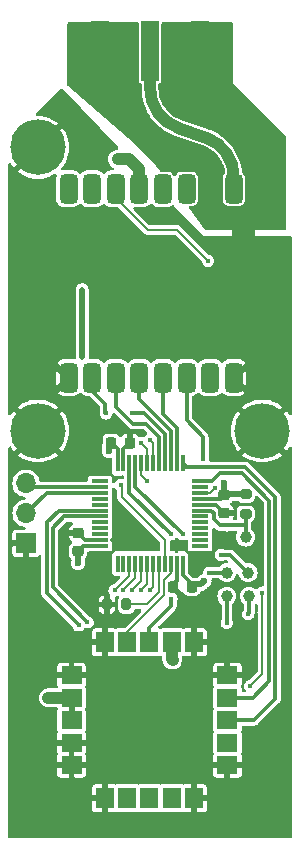
<source format=gtl>
G04 #@! TF.GenerationSoftware,KiCad,Pcbnew,(7.0.0)*
G04 #@! TF.CreationDate,2023-03-12T21:45:25+01:00*
G04 #@! TF.ProjectId,tracker,74726163-6b65-4722-9e6b-696361645f70,rev?*
G04 #@! TF.SameCoordinates,Original*
G04 #@! TF.FileFunction,Copper,L1,Top*
G04 #@! TF.FilePolarity,Positive*
%FSLAX46Y46*%
G04 Gerber Fmt 4.6, Leading zero omitted, Abs format (unit mm)*
G04 Created by KiCad (PCBNEW (7.0.0)) date 2023-03-12 21:45:25*
%MOMM*%
%LPD*%
G01*
G04 APERTURE LIST*
G04 Aperture macros list*
%AMRoundRect*
0 Rectangle with rounded corners*
0 $1 Rounding radius*
0 $2 $3 $4 $5 $6 $7 $8 $9 X,Y pos of 4 corners*
0 Add a 4 corners polygon primitive as box body*
4,1,4,$2,$3,$4,$5,$6,$7,$8,$9,$2,$3,0*
0 Add four circle primitives for the rounded corners*
1,1,$1+$1,$2,$3*
1,1,$1+$1,$4,$5*
1,1,$1+$1,$6,$7*
1,1,$1+$1,$8,$9*
0 Add four rect primitives between the rounded corners*
20,1,$1+$1,$2,$3,$4,$5,0*
20,1,$1+$1,$4,$5,$6,$7,0*
20,1,$1+$1,$6,$7,$8,$9,0*
20,1,$1+$1,$8,$9,$2,$3,0*%
G04 Aperture macros list end*
G04 #@! TA.AperFunction,SMDPad,CuDef*
%ADD10RoundRect,0.200000X-0.200000X-0.275000X0.200000X-0.275000X0.200000X0.275000X-0.200000X0.275000X0*%
G04 #@! TD*
G04 #@! TA.AperFunction,SMDPad,CuDef*
%ADD11C,1.000000*%
G04 #@! TD*
G04 #@! TA.AperFunction,SMDPad,CuDef*
%ADD12RoundRect,0.200000X0.275000X-0.200000X0.275000X0.200000X-0.275000X0.200000X-0.275000X-0.200000X0*%
G04 #@! TD*
G04 #@! TA.AperFunction,SMDPad,CuDef*
%ADD13RoundRect,0.225000X0.250000X-0.225000X0.250000X0.225000X-0.250000X0.225000X-0.250000X-0.225000X0*%
G04 #@! TD*
G04 #@! TA.AperFunction,SMDPad,CuDef*
%ADD14RoundRect,0.225000X0.225000X0.250000X-0.225000X0.250000X-0.225000X-0.250000X0.225000X-0.250000X0*%
G04 #@! TD*
G04 #@! TA.AperFunction,ComponentPad*
%ADD15C,3.100000*%
G04 #@! TD*
G04 #@! TA.AperFunction,ConnectorPad*
%ADD16C,4.700000*%
G04 #@! TD*
G04 #@! TA.AperFunction,SMDPad,CuDef*
%ADD17R,1.475000X0.300000*%
G04 #@! TD*
G04 #@! TA.AperFunction,SMDPad,CuDef*
%ADD18R,0.300000X1.475000*%
G04 #@! TD*
G04 #@! TA.AperFunction,SMDPad,CuDef*
%ADD19R,1.800000X1.500000*%
G04 #@! TD*
G04 #@! TA.AperFunction,SMDPad,CuDef*
%ADD20R,1.500000X1.800000*%
G04 #@! TD*
G04 #@! TA.AperFunction,SMDPad,CuDef*
%ADD21RoundRect,0.225000X-0.225000X-0.250000X0.225000X-0.250000X0.225000X0.250000X-0.225000X0.250000X0*%
G04 #@! TD*
G04 #@! TA.AperFunction,ComponentPad*
%ADD22R,1.700000X1.700000*%
G04 #@! TD*
G04 #@! TA.AperFunction,ComponentPad*
%ADD23O,1.700000X1.700000*%
G04 #@! TD*
G04 #@! TA.AperFunction,SMDPad,CuDef*
%ADD24RoundRect,0.225000X-0.250000X0.225000X-0.250000X-0.225000X0.250000X-0.225000X0.250000X0.225000X0*%
G04 #@! TD*
G04 #@! TA.AperFunction,SMDPad,CuDef*
%ADD25R,1.500000X5.080000*%
G04 #@! TD*
G04 #@! TA.AperFunction,SMDPad,CuDef*
%ADD26RoundRect,0.375000X0.375000X-0.875000X0.375000X0.875000X-0.375000X0.875000X-0.375000X-0.875000X0*%
G04 #@! TD*
G04 #@! TA.AperFunction,ViaPad*
%ADD27C,0.450000*%
G04 #@! TD*
G04 #@! TA.AperFunction,ViaPad*
%ADD28C,0.600000*%
G04 #@! TD*
G04 #@! TA.AperFunction,Conductor*
%ADD29C,0.200000*%
G04 #@! TD*
G04 #@! TA.AperFunction,Conductor*
%ADD30C,0.300000*%
G04 #@! TD*
G04 #@! TA.AperFunction,Conductor*
%ADD31C,0.500000*%
G04 #@! TD*
G04 #@! TA.AperFunction,Conductor*
%ADD32C,1.000000*%
G04 #@! TD*
G04 APERTURE END LIST*
D10*
G04 #@! TO.P,R2,1*
G04 #@! TO.N,GND*
X138850000Y-94700000D03*
G04 #@! TO.P,R2,2*
G04 #@! TO.N,/BOOT0*
X140500000Y-94700000D03*
G04 #@! TD*
D11*
G04 #@! TO.P,TP1,1,1*
G04 #@! TO.N,/TP_TX*
X150800000Y-92000000D03*
G04 #@! TD*
D12*
G04 #@! TO.P,R1,1*
G04 #@! TO.N,/RESET_N*
X150600000Y-87025000D03*
G04 #@! TO.P,R1,2*
G04 #@! TO.N,+3.3V*
X150600000Y-85375000D03*
G04 #@! TD*
D13*
G04 #@! TO.P,C2,1*
G04 #@! TO.N,+3.3V*
X136400000Y-90175000D03*
G04 #@! TO.P,C2,2*
G04 #@! TO.N,GND*
X136400000Y-88625000D03*
G04 #@! TD*
D11*
G04 #@! TO.P,TP2,1,1*
G04 #@! TO.N,/TP_RX*
X149000000Y-92000000D03*
G04 #@! TD*
D14*
G04 #@! TO.P,C3,1*
G04 #@! TO.N,+3.3V*
X146025000Y-93200000D03*
G04 #@! TO.P,C3,2*
G04 #@! TO.N,GND*
X144475000Y-93200000D03*
G04 #@! TD*
D11*
G04 #@! TO.P,TP5,1,1*
G04 #@! TO.N,/RESET_N*
X150600000Y-89000000D03*
G04 #@! TD*
G04 #@! TO.P,TP3,1,1*
G04 #@! TO.N,/I2C_SCL*
X149000000Y-94000000D03*
G04 #@! TD*
D15*
G04 #@! TO.P,H1,1,1*
G04 #@! TO.N,GND*
X133000000Y-56000000D03*
D16*
X133000000Y-56000000D03*
G04 #@! TD*
D17*
G04 #@! TO.P,U1,1,PC0*
G04 #@! TO.N,unconnected-(U1A-PC0-Pad1)*
X146737999Y-89749999D03*
G04 #@! TO.P,U1,2,PC13*
G04 #@! TO.N,unconnected-(U1A-PC13-Pad2)*
X146737999Y-89249999D03*
G04 #@! TO.P,U1,3,PC14-OSC32_IN*
G04 #@! TO.N,unconnected-(U1A-PC14-OSC32_IN-Pad3)*
X146737999Y-88749999D03*
G04 #@! TO.P,U1,4,PC15-OSC32_OUT*
G04 #@! TO.N,unconnected-(U1A-PC15-OSC32_OUT-Pad4)*
X146737999Y-88249999D03*
G04 #@! TO.P,U1,5,PH0-OSC_IN*
G04 #@! TO.N,unconnected-(U1A-PH0-OSC_IN-Pad5)*
X146737999Y-87749999D03*
G04 #@! TO.P,U1,6,PH1-OSC_OUT*
G04 #@! TO.N,unconnected-(U1A-PH1-OSC_OUT-Pad6)*
X146737999Y-87249999D03*
G04 #@! TO.P,U1,7,NRST*
G04 #@! TO.N,/RESET_N*
X146737999Y-86749999D03*
G04 #@! TO.P,U1,8,VSSA*
G04 #@! TO.N,GND*
X146737999Y-86249999D03*
G04 #@! TO.P,U1,9,VDDA*
G04 #@! TO.N,+3.3V*
X146737999Y-85749999D03*
G04 #@! TO.P,U1,10,PA0*
G04 #@! TO.N,/ADC_0*
X146737999Y-85249999D03*
G04 #@! TO.P,U1,11,PA1*
G04 #@! TO.N,/ADC_1*
X146737999Y-84749999D03*
G04 #@! TO.P,U1,12,PA2*
G04 #@! TO.N,/MCU_TX*
X146737999Y-84249999D03*
D18*
G04 #@! TO.P,U1,13,PA3*
G04 #@! TO.N,/MCU_RX*
X145249999Y-82761999D03*
G04 #@! TO.P,U1,14,PA4*
G04 #@! TO.N,/SPI_NSS*
X144749999Y-82761999D03*
G04 #@! TO.P,U1,15,PA5*
G04 #@! TO.N,/SPI_SCK*
X144249999Y-82761999D03*
G04 #@! TO.P,U1,16,PA6*
G04 #@! TO.N,/SPI_MISO*
X143749999Y-82761999D03*
G04 #@! TO.P,U1,17,PA7*
G04 #@! TO.N,/SPI_MOSI*
X143249999Y-82761999D03*
G04 #@! TO.P,U1,18,PB0*
G04 #@! TO.N,/ID_0*
X142749999Y-82761999D03*
G04 #@! TO.P,U1,19,PB1*
G04 #@! TO.N,/ID_1*
X142249999Y-82761999D03*
G04 #@! TO.P,U1,20,PB2*
G04 #@! TO.N,/ID_2*
X141749999Y-82761999D03*
G04 #@! TO.P,U1,21,PB10*
G04 #@! TO.N,/TP_TX*
X141249999Y-82761999D03*
G04 #@! TO.P,U1,22,PB11*
G04 #@! TO.N,/TP_RX*
X140749999Y-82761999D03*
G04 #@! TO.P,U1,23,VSS_1*
G04 #@! TO.N,GND*
X140249999Y-82761999D03*
G04 #@! TO.P,U1,24,VDD_1*
G04 #@! TO.N,+3.3V*
X139749999Y-82761999D03*
D17*
G04 #@! TO.P,U1,25,PB12*
G04 #@! TO.N,unconnected-(U1A-PB12-Pad25)*
X138261999Y-84249999D03*
G04 #@! TO.P,U1,26,PB13*
G04 #@! TO.N,/SWDIO*
X138261999Y-84749999D03*
G04 #@! TO.P,U1,27,PB14*
G04 #@! TO.N,/SWCLK*
X138261999Y-85249999D03*
G04 #@! TO.P,U1,28,PB15*
G04 #@! TO.N,unconnected-(U1A-PB15-Pad28)*
X138261999Y-85749999D03*
G04 #@! TO.P,U1,29,PA8*
G04 #@! TO.N,unconnected-(U1A-PA8-Pad29)*
X138261999Y-86249999D03*
G04 #@! TO.P,U1,30,PA9*
G04 #@! TO.N,/I2C_SCL*
X138261999Y-86749999D03*
G04 #@! TO.P,U1,31,PA10*
G04 #@! TO.N,/I2C_SDA*
X138261999Y-87249999D03*
G04 #@! TO.P,U1,32,PA11*
G04 #@! TO.N,unconnected-(U1A-PA11-Pad32)*
X138261999Y-87749999D03*
G04 #@! TO.P,U1,33,PA12*
G04 #@! TO.N,unconnected-(U1A-PA12-Pad33)*
X138261999Y-88249999D03*
G04 #@! TO.P,U1,34,PA13*
G04 #@! TO.N,unconnected-(U1A-PA13-Pad34)*
X138261999Y-88749999D03*
G04 #@! TO.P,U1,35,VSS_2*
G04 #@! TO.N,GND*
X138261999Y-89249999D03*
G04 #@! TO.P,U1,36,VDD_2*
G04 #@! TO.N,+3.3V*
X138261999Y-89749999D03*
D18*
G04 #@! TO.P,U1,37,PA14*
G04 #@! TO.N,unconnected-(U1A-PA14-Pad37)*
X139749999Y-91237999D03*
G04 #@! TO.P,U1,38,PA15*
G04 #@! TO.N,unconnected-(U1A-PA15-Pad38)*
X140249999Y-91237999D03*
G04 #@! TO.P,U1,39,PB3*
G04 #@! TO.N,/ID_3*
X140749999Y-91237999D03*
G04 #@! TO.P,U1,40,PB4*
G04 #@! TO.N,/ID_4*
X141249999Y-91237999D03*
G04 #@! TO.P,U1,41,PB5*
G04 #@! TO.N,/ID_5*
X141749999Y-91237999D03*
G04 #@! TO.P,U1,42,PB6*
G04 #@! TO.N,/ID_6*
X142249999Y-91237999D03*
G04 #@! TO.P,U1,43,PB7*
G04 #@! TO.N,/ID_7*
X142749999Y-91237999D03*
G04 #@! TO.P,U1,44,BOOT0*
G04 #@! TO.N,/BOOT0*
X143249999Y-91237999D03*
G04 #@! TO.P,U1,45,PB8*
G04 #@! TO.N,/LORA_INT*
X143749999Y-91237999D03*
G04 #@! TO.P,U1,46,PB9*
G04 #@! TO.N,/GNSS_INT*
X144249999Y-91237999D03*
G04 #@! TO.P,U1,47,VSS_3*
G04 #@! TO.N,GND*
X144749999Y-91237999D03*
G04 #@! TO.P,U1,48,VDD_3*
G04 #@! TO.N,+3.3V*
X145249999Y-91237999D03*
G04 #@! TD*
D19*
G04 #@! TO.P,ANT1,1,GND_1*
G04 #@! TO.N,GND*
X135849999Y-100699999D03*
G04 #@! TO.P,ANT1,2,V_IO*
G04 #@! TO.N,+3.3V*
X135849999Y-102599999D03*
G04 #@! TO.P,ANT1,3,V_BCKP*
X135849999Y-104499999D03*
G04 #@! TO.P,ANT1,4,GND_2*
G04 #@! TO.N,GND*
X135849999Y-106399999D03*
G04 #@! TO.P,ANT1,5,GND_3*
X135849999Y-108299999D03*
D20*
G04 #@! TO.P,ANT1,6,GND_4*
X138649999Y-111099999D03*
G04 #@! TO.P,ANT1,7,TIMEPULSE*
G04 #@! TO.N,unconnected-(ANT1-TIMEPULSE-Pad7)*
X140549999Y-111099999D03*
G04 #@! TO.P,ANT1,8,SAFEBOOT_N*
G04 #@! TO.N,unconnected-(ANT1-SAFEBOOT_N-Pad8)*
X142449999Y-111099999D03*
G04 #@! TO.P,ANT1,9,SDA*
G04 #@! TO.N,unconnected-(ANT1-SDA-Pad9)*
X144349999Y-111099999D03*
G04 #@! TO.P,ANT1,10,GND_5*
G04 #@! TO.N,GND*
X146249999Y-111099999D03*
D19*
G04 #@! TO.P,ANT1,11,GND_6*
X149049999Y-108299999D03*
G04 #@! TO.P,ANT1,12,SCL*
G04 #@! TO.N,unconnected-(ANT1-SCL-Pad12)*
X149049999Y-106399999D03*
G04 #@! TO.P,ANT1,13,TXD*
G04 #@! TO.N,/MCU_RX*
X149049999Y-104499999D03*
G04 #@! TO.P,ANT1,14,RXD*
G04 #@! TO.N,/MCU_TX*
X149049999Y-102599999D03*
G04 #@! TO.P,ANT1,15,GND_7*
G04 #@! TO.N,GND*
X149049999Y-100699999D03*
D20*
G04 #@! TO.P,ANT1,16,GND_8*
X146249999Y-97899999D03*
G04 #@! TO.P,ANT1,17,VCC*
G04 #@! TO.N,+3.3V*
X144349999Y-97899999D03*
G04 #@! TO.P,ANT1,18,RESET_N*
G04 #@! TO.N,/RESET_N*
X142449999Y-97899999D03*
G04 #@! TO.P,ANT1,19,EXTINT*
G04 #@! TO.N,/GNSS_INT*
X140549999Y-97899999D03*
G04 #@! TO.P,ANT1,20,GND_9*
G04 #@! TO.N,GND*
X138649999Y-97899999D03*
G04 #@! TD*
D11*
G04 #@! TO.P,TP4,1,1*
G04 #@! TO.N,/I2C_SDA*
X150900000Y-94000000D03*
G04 #@! TD*
D21*
G04 #@! TO.P,C4,1*
G04 #@! TO.N,+3.3V*
X139225000Y-81000000D03*
G04 #@! TO.P,C4,2*
G04 #@! TO.N,GND*
X140775000Y-81000000D03*
G04 #@! TD*
D15*
G04 #@! TO.P,H2,1,1*
G04 #@! TO.N,GND*
X152000000Y-80000000D03*
D16*
X152000000Y-80000000D03*
G04 #@! TD*
D22*
G04 #@! TO.P,J1,1,Pin_1*
G04 #@! TO.N,GND*
X131999999Y-89524999D03*
D23*
G04 #@! TO.P,J1,2,Pin_2*
G04 #@! TO.N,/SWCLK*
X131999999Y-86984999D03*
G04 #@! TO.P,J1,3,Pin_3*
G04 #@! TO.N,/SWDIO*
X131999999Y-84444999D03*
G04 #@! TD*
D24*
G04 #@! TO.P,C1,1*
G04 #@! TO.N,+3.3V*
X148800000Y-85425000D03*
G04 #@! TO.P,C1,2*
G04 #@! TO.N,GND*
X148800000Y-86975000D03*
G04 #@! TD*
D25*
G04 #@! TO.P,AE1,1,A*
G04 #@! TO.N,Net-(AE1-A)*
X142499999Y-47799999D03*
G04 #@! TO.P,AE1,2,Shield*
G04 #@! TO.N,GND*
X138249999Y-47799999D03*
X146749999Y-47799999D03*
G04 #@! TD*
D15*
G04 #@! TO.P,H3,1,1*
G04 #@! TO.N,GND*
X133000000Y-80000000D03*
D16*
X133000000Y-80000000D03*
G04 #@! TD*
D26*
G04 #@! TO.P,SOM1,1,GND*
G04 #@! TO.N,GND*
X135595000Y-75500000D03*
G04 #@! TO.P,SOM1,2,MISO*
G04 #@! TO.N,/SPI_MISO*
X137595000Y-75500000D03*
G04 #@! TO.P,SOM1,3,MOSI*
G04 #@! TO.N,/SPI_MOSI*
X139595000Y-75500000D03*
G04 #@! TO.P,SOM1,4,SCK*
G04 #@! TO.N,/SPI_SCK*
X141595000Y-75500000D03*
G04 #@! TO.P,SOM1,5,NSS*
G04 #@! TO.N,/SPI_NSS*
X143595000Y-75500000D03*
G04 #@! TO.P,SOM1,6,RESET*
G04 #@! TO.N,/RESET_N*
X145595000Y-75500000D03*
G04 #@! TO.P,SOM1,7,DIO5*
G04 #@! TO.N,unconnected-(SOM1-DIO5-Pad7)*
X147595000Y-75500000D03*
G04 #@! TO.P,SOM1,8,GND*
G04 #@! TO.N,GND*
X149595000Y-75500000D03*
G04 #@! TO.P,SOM1,9,ANT*
G04 #@! TO.N,Net-(AE1-A)*
X149595000Y-59500000D03*
G04 #@! TO.P,SOM1,10,GND*
G04 #@! TO.N,GND*
X147595000Y-59500000D03*
G04 #@! TO.P,SOM1,11,DIO3*
G04 #@! TO.N,unconnected-(SOM1-DIO3-Pad11)*
X145595000Y-59500000D03*
G04 #@! TO.P,SOM1,12,DIO4*
G04 #@! TO.N,unconnected-(SOM1-DIO4-Pad12)*
X143595000Y-59500000D03*
G04 #@! TO.P,SOM1,13,3V3*
G04 #@! TO.N,+3.3V*
X141595000Y-59500000D03*
G04 #@! TO.P,SOM1,14,DIO0*
G04 #@! TO.N,/LORA_INT*
X139595000Y-59500000D03*
G04 #@! TO.P,SOM1,15,DIO1*
G04 #@! TO.N,unconnected-(SOM1-DIO1-Pad15)*
X137595000Y-59500000D03*
G04 #@! TO.P,SOM1,16,DIO2*
G04 #@! TO.N,unconnected-(SOM1-DIO2-Pad16)*
X135595000Y-59500000D03*
G04 #@! TD*
D27*
G04 #@! TO.N,/ADC_0*
X151000000Y-101600000D03*
X152000000Y-93700000D03*
X148000000Y-84800000D03*
G04 #@! TO.N,GND*
X145500000Y-101800000D03*
G04 #@! TO.N,/RESET_N*
X149000000Y-88000000D03*
G04 #@! TO.N,/LORA_INT*
X147400000Y-65600000D03*
X140000000Y-84600000D03*
D28*
G04 #@! TO.N,GND*
X153400000Y-107100000D03*
X153400000Y-108200000D03*
G04 #@! TO.N,+3.3V*
X144400000Y-99400000D03*
X147100000Y-92700000D03*
X133900000Y-102600000D03*
X140750000Y-57000000D03*
D27*
X136750000Y-68050000D03*
X136750000Y-70025000D03*
G04 #@! TO.N,GND*
X143000000Y-56200000D03*
X150500000Y-54500000D03*
X147200000Y-61400000D03*
X146200000Y-52200000D03*
X143500000Y-62000000D03*
X148800000Y-62200000D03*
X145000000Y-47000000D03*
X145000000Y-49000000D03*
X143500000Y-66000000D03*
X140000000Y-47000000D03*
X140000000Y-49000000D03*
X145000000Y-51000000D03*
X140000000Y-51000000D03*
X145000000Y-57000000D03*
X140200000Y-53000000D03*
X143500000Y-68000000D03*
X151800000Y-61200000D03*
X151500000Y-56500000D03*
X150400000Y-62200000D03*
X148500000Y-53000000D03*
X143500000Y-64000000D03*
X141400000Y-55000000D03*
X151800000Y-59000000D03*
D28*
G04 #@! TO.N,+3.3V*
X139750000Y-57000000D03*
X139000000Y-81700000D03*
X148800000Y-84400000D03*
X136400000Y-91200000D03*
D27*
X136750000Y-72000000D03*
X136750000Y-73750000D03*
G04 #@! TO.N,/SPI_MISO*
X138775000Y-78525000D03*
X141000000Y-78500000D03*
G04 #@! TO.N,/TP_TX*
X148500000Y-90500000D03*
X145250000Y-88750000D03*
G04 #@! TO.N,/TP_RX*
X144250000Y-88750000D03*
X147500000Y-92000000D03*
G04 #@! TO.N,/I2C_SDA*
X150800000Y-95500000D03*
X137200000Y-96200000D03*
G04 #@! TO.N,/I2C_SCL*
X149000000Y-96250000D03*
X136450000Y-96450000D03*
G04 #@! TO.N,/RESET_N*
X147000000Y-82400000D03*
X144300000Y-94200000D03*
G04 #@! TO.N,/ID_0*
X142500000Y-80750000D03*
G04 #@! TO.N,/ID_1*
X141750000Y-81000000D03*
G04 #@! TO.N,/ID_2*
X142250000Y-84250000D03*
G04 #@! TO.N,/ID_3*
X139500000Y-93500000D03*
G04 #@! TO.N,/ID_4*
X140250000Y-93500000D03*
G04 #@! TO.N,/ID_5*
X141000000Y-93500000D03*
G04 #@! TO.N,/ID_6*
X141750000Y-93500000D03*
G04 #@! TO.N,/ID_7*
X142500000Y-93500000D03*
G04 #@! TD*
D29*
G04 #@! TO.N,/ADC_0*
X152000000Y-100600000D02*
X151000000Y-101600000D01*
X152000000Y-93700000D02*
X152000000Y-100600000D01*
D30*
G04 #@! TO.N,/I2C_SDA*
X150900000Y-95400000D02*
X150900000Y-94000000D01*
X150800000Y-95500000D02*
X150900000Y-95400000D01*
G04 #@! TO.N,/TP_TX*
X148500000Y-90500000D02*
X149300000Y-90500000D01*
X149300000Y-90500000D02*
X150800000Y-92000000D01*
D29*
G04 #@! TO.N,/ADC_0*
X147550000Y-85250000D02*
X148000000Y-84800000D01*
X146738000Y-85250000D02*
X147550000Y-85250000D01*
D31*
G04 #@! TO.N,+3.3V*
X135850000Y-102600000D02*
X135850000Y-104500000D01*
G04 #@! TO.N,GND*
X144475000Y-93275000D02*
X145200000Y-94000000D01*
X144475000Y-93200000D02*
X144475000Y-93275000D01*
D29*
G04 #@! TO.N,/BOOT0*
X143250000Y-93650000D02*
X142200000Y-94700000D01*
X143250000Y-91238000D02*
X143250000Y-93650000D01*
X142200000Y-94700000D02*
X140500000Y-94700000D01*
G04 #@! TO.N,/GNSS_INT*
X140550000Y-97050000D02*
X140550000Y-97900000D01*
X144250000Y-92050000D02*
X143700000Y-92600000D01*
X143700000Y-93900000D02*
X140550000Y-97050000D01*
X144250000Y-91238000D02*
X144250000Y-92050000D01*
X143700000Y-92600000D02*
X143700000Y-93900000D01*
G04 #@! TO.N,/ID_7*
X142750000Y-93250000D02*
X142750000Y-91238000D01*
X142500000Y-93500000D02*
X142750000Y-93250000D01*
D30*
G04 #@! TO.N,/RESET_N*
X142450000Y-96650000D02*
X142450000Y-97900000D01*
X144300000Y-94800000D02*
X142450000Y-96650000D01*
X144300000Y-94200000D02*
X144300000Y-94800000D01*
G04 #@! TO.N,/MCU_TX*
X152600000Y-101200000D02*
X152600000Y-85900000D01*
G04 #@! TO.N,unconnected-(ANT1-SDA-Pad9)*
X144300000Y-111150000D02*
X144350000Y-111100000D01*
G04 #@! TO.N,/I2C_SCL*
X133750000Y-87750000D02*
X134750000Y-86750000D01*
X133750000Y-93750000D02*
X133750000Y-87750000D01*
X136450000Y-96450000D02*
X133750000Y-93750000D01*
X134750000Y-86750000D02*
X138262000Y-86750000D01*
G04 #@! TO.N,/I2C_SDA*
X134250000Y-93250000D02*
X134250000Y-88250000D01*
X134250000Y-88250000D02*
X135250000Y-87250000D01*
X137200000Y-96200000D02*
X134250000Y-93250000D01*
X135250000Y-87250000D02*
X138262000Y-87250000D01*
G04 #@! TO.N,/RESET_N*
X147000000Y-80500000D02*
X145595000Y-79095000D01*
X147000000Y-82400000D02*
X147000000Y-80500000D01*
X145595000Y-79095000D02*
X145595000Y-75500000D01*
G04 #@! TO.N,/MCU_TX*
X148400000Y-83600000D02*
X147750000Y-84250000D01*
X150300000Y-83600000D02*
X148400000Y-83600000D01*
X151200000Y-102600000D02*
X152600000Y-101200000D01*
X149050000Y-102600000D02*
X151200000Y-102600000D01*
X152600000Y-85900000D02*
X150300000Y-83600000D01*
X147750000Y-84250000D02*
X146738000Y-84250000D01*
G04 #@! TO.N,/MCU_RX*
X153100000Y-102700000D02*
X151300000Y-104500000D01*
X153100000Y-85600000D02*
X153100000Y-102700000D01*
X151300000Y-104500000D02*
X149050000Y-104500000D01*
X145538000Y-83050000D02*
X150550000Y-83050000D01*
X145250000Y-82762000D02*
X145538000Y-83050000D01*
X150550000Y-83050000D02*
X153100000Y-85600000D01*
D29*
G04 #@! TO.N,/LORA_INT*
X142300000Y-63000000D02*
X139595000Y-60295000D01*
X144800000Y-63000000D02*
X142300000Y-63000000D01*
X147400000Y-65600000D02*
X144800000Y-63000000D01*
X139595000Y-60295000D02*
X139595000Y-59500000D01*
X140100000Y-85600000D02*
X140100000Y-84700000D01*
X143750000Y-89250000D02*
X140100000Y-85600000D01*
X140100000Y-84700000D02*
X140000000Y-84600000D01*
X143750000Y-91238000D02*
X143750000Y-89250000D01*
D30*
G04 #@! TO.N,/RESET_N*
X150600000Y-88000000D02*
X150600000Y-88900000D01*
X149000000Y-88000000D02*
X150600000Y-88000000D01*
X150600000Y-87225000D02*
X150400000Y-87025000D01*
X150500000Y-89000000D02*
X150600000Y-88900000D01*
X150600000Y-88900000D02*
X150600000Y-87225000D01*
G04 #@! TO.N,/SPI_MOSI*
X139595000Y-77945000D02*
X139595000Y-75500000D01*
X142150000Y-79400000D02*
X141050000Y-79400000D01*
X141050000Y-79400000D02*
X139595000Y-77945000D01*
X143250000Y-80500000D02*
X142150000Y-79400000D01*
X143250000Y-82762000D02*
X143250000Y-80500000D01*
G04 #@! TO.N,/SPI_MISO*
X138700000Y-78450000D02*
X138700000Y-77700000D01*
X138775000Y-78525000D02*
X138700000Y-78450000D01*
X138700000Y-77700000D02*
X137595000Y-76595000D01*
X137595000Y-76595000D02*
X137595000Y-75500000D01*
X142000000Y-78500000D02*
X143750000Y-80250000D01*
X141000000Y-78500000D02*
X142000000Y-78500000D01*
X143750000Y-80250000D02*
X143750000Y-82762000D01*
D31*
G04 #@! TO.N,+3.3V*
X139000000Y-81225000D02*
X139225000Y-81000000D01*
X139000000Y-81700000D02*
X139000000Y-81225000D01*
D32*
X144350000Y-99350000D02*
X144400000Y-99400000D01*
X144350000Y-97900000D02*
X144350000Y-99350000D01*
D31*
X146800000Y-93000000D02*
X147100000Y-92700000D01*
X146025000Y-93000000D02*
X146800000Y-93000000D01*
D32*
X135850000Y-102600000D02*
X133900000Y-102600000D01*
D29*
G04 #@! TO.N,/ID_6*
X142250000Y-93000000D02*
X142250000Y-91238000D01*
X141750000Y-93500000D02*
X142250000Y-93000000D01*
G04 #@! TO.N,/ID_5*
X141750000Y-92750000D02*
X141000000Y-93500000D01*
X141750000Y-91238000D02*
X141750000Y-92750000D01*
G04 #@! TO.N,/ID_4*
X141250000Y-92500000D02*
X141250000Y-91238000D01*
X140250000Y-93500000D02*
X141250000Y-92500000D01*
G04 #@! TO.N,/ID_3*
X140750000Y-92250000D02*
X140750000Y-91238000D01*
X139500000Y-93500000D02*
X140750000Y-92250000D01*
D30*
G04 #@! TO.N,+3.3V*
X145250000Y-92225000D02*
X145250000Y-91238000D01*
X146025000Y-93000000D02*
X145250000Y-92225000D01*
G04 #@! TO.N,GND*
X144750000Y-92725000D02*
X144475000Y-93000000D01*
X144750000Y-91238000D02*
X144750000Y-92725000D01*
G04 #@! TO.N,/TP_RX*
X140750000Y-85250000D02*
X140750000Y-82762000D01*
X144250000Y-88750000D02*
X140750000Y-85250000D01*
G04 #@! TO.N,/TP_TX*
X141250000Y-84750000D02*
X141250000Y-82762000D01*
X145250000Y-88750000D02*
X141250000Y-84750000D01*
D32*
G04 #@! TO.N,+3.3V*
X141595000Y-57845000D02*
X141595000Y-59500000D01*
X140750000Y-57000000D02*
X141595000Y-57845000D01*
X139750000Y-57000000D02*
X140750000Y-57000000D01*
D31*
X136750000Y-70025000D02*
X136750000Y-68050000D01*
X136750000Y-72000000D02*
X136750000Y-70025000D01*
X136750000Y-73750000D02*
X136750000Y-72000000D01*
D32*
G04 #@! TO.N,Net-(AE1-A)*
X147237095Y-55169166D02*
X144857904Y-54330833D01*
X142500000Y-51000000D02*
X142500000Y-48362500D01*
X149595000Y-58500000D02*
X149595000Y-59500000D01*
X149594974Y-58499999D02*
G75*
G03*
X147237095Y-55169166I-3531574J-1D01*
G01*
X142500027Y-51000000D02*
G75*
G03*
X144857904Y-54330833I3531573J0D01*
G01*
D30*
G04 #@! TO.N,GND*
X140250000Y-82762000D02*
X140250000Y-81525000D01*
X138262000Y-89250000D02*
X137025000Y-89250000D01*
X148075000Y-86250000D02*
X148800000Y-86975000D01*
X137025000Y-89250000D02*
X136400000Y-88625000D01*
X140250000Y-81525000D02*
X140775000Y-81000000D01*
X146738000Y-86250000D02*
X148075000Y-86250000D01*
G04 #@! TO.N,+3.3V*
X148475000Y-85750000D02*
X146738000Y-85750000D01*
D31*
X136400000Y-91200000D02*
X136400000Y-90175000D01*
X148850000Y-85375000D02*
X148800000Y-85425000D01*
X150400000Y-85375000D02*
X148850000Y-85375000D01*
D30*
X136825000Y-89750000D02*
X136400000Y-90175000D01*
D31*
X148800000Y-84400000D02*
X148800000Y-85425000D01*
D30*
X148800000Y-85425000D02*
X148475000Y-85750000D01*
X139750000Y-81525000D02*
X139750000Y-82762000D01*
X139225000Y-81000000D02*
X139750000Y-81525000D01*
X138262000Y-89750000D02*
X136825000Y-89750000D01*
G04 #@! TO.N,/SPI_NSS*
X143595000Y-75500000D02*
X143595000Y-78595000D01*
X144750000Y-79750000D02*
X144750000Y-82762000D01*
X143595000Y-78595000D02*
X144750000Y-79750000D01*
G04 #@! TO.N,/SPI_SCK*
X141595000Y-77345000D02*
X144250000Y-80000000D01*
X141595000Y-75500000D02*
X141595000Y-77345000D01*
X144250000Y-80000000D02*
X144250000Y-82762000D01*
G04 #@! TO.N,/TP_RX*
X147500000Y-92000000D02*
X149000000Y-92000000D01*
G04 #@! TO.N,/SWDIO*
X132305000Y-84750000D02*
X132000000Y-84445000D01*
X138262000Y-84750000D02*
X132305000Y-84750000D01*
G04 #@! TO.N,/SWCLK*
X138262000Y-85250000D02*
X133735000Y-85250000D01*
X133735000Y-85250000D02*
X132000000Y-86985000D01*
G04 #@! TO.N,unconnected-(ANT1-SDA-Pad9)*
X144250000Y-111200000D02*
X144350000Y-111100000D01*
G04 #@! TO.N,/I2C_SCL*
X149000000Y-96250000D02*
X149000000Y-94000000D01*
G04 #@! TO.N,/RESET_N*
X147692894Y-86750000D02*
X147900000Y-86957106D01*
X147900000Y-86957106D02*
X147900000Y-87500000D01*
X146738000Y-86750000D02*
X147692894Y-86750000D01*
X147900000Y-87500000D02*
X148400000Y-88000000D01*
X148400000Y-88000000D02*
X149000000Y-88000000D01*
D29*
G04 #@! TO.N,/ID_0*
X142750000Y-82762000D02*
X142750000Y-81000000D01*
X142750000Y-81000000D02*
X142500000Y-80750000D01*
G04 #@! TO.N,/ID_1*
X141750000Y-81000000D02*
X142250000Y-81500000D01*
X142250000Y-81500000D02*
X142250000Y-82762000D01*
G04 #@! TO.N,/ID_2*
X141750000Y-82762000D02*
X141750000Y-83750000D01*
X141750000Y-83750000D02*
X142250000Y-84250000D01*
G04 #@! TD*
G04 #@! TA.AperFunction,Conductor*
G04 #@! TO.N,GND*
G36*
X141483500Y-45416613D02*
G01*
X141528887Y-45462000D01*
X141545500Y-45524000D01*
X141545500Y-50354048D01*
X141545500Y-50354058D01*
X141545501Y-50360138D01*
X141546687Y-50366102D01*
X141546688Y-50366109D01*
X141546690Y-50366118D01*
X141557366Y-50419792D01*
X141602564Y-50487436D01*
X141670208Y-50532634D01*
X141695686Y-50537702D01*
X141695691Y-50537703D01*
X141746986Y-50560944D01*
X141782712Y-50604476D01*
X141795500Y-50659320D01*
X141795500Y-50920618D01*
X141795499Y-50920622D01*
X141795499Y-51000000D01*
X141795500Y-51000000D01*
X141795500Y-51042611D01*
X141795508Y-51042685D01*
X141795515Y-51042910D01*
X141795481Y-51183764D01*
X141795481Y-51183779D01*
X141795481Y-51186511D01*
X141795721Y-51189237D01*
X141795722Y-51189248D01*
X141828024Y-51555364D01*
X141828025Y-51555376D01*
X141828265Y-51558089D01*
X141828743Y-51560780D01*
X141828744Y-51560783D01*
X141840695Y-51627986D01*
X141893579Y-51925349D01*
X141990917Y-52285447D01*
X141991848Y-52287983D01*
X141991852Y-52287994D01*
X142068113Y-52495620D01*
X142119527Y-52635597D01*
X142120682Y-52638051D01*
X142120684Y-52638055D01*
X142277249Y-52970617D01*
X142277255Y-52970629D01*
X142278413Y-52973088D01*
X142466345Y-53295310D01*
X142467910Y-53297521D01*
X142467916Y-53297530D01*
X142536510Y-53394428D01*
X142681869Y-53599768D01*
X142923317Y-53884106D01*
X143188821Y-54146124D01*
X143313940Y-54249556D01*
X143474211Y-54382047D01*
X143474219Y-54382053D01*
X143476325Y-54383794D01*
X143783604Y-54595276D01*
X144108281Y-54778933D01*
X144447843Y-54933345D01*
X144450414Y-54934250D01*
X144450416Y-54934251D01*
X144621685Y-54994554D01*
X144658067Y-55007374D01*
X144698634Y-55021669D01*
X144697348Y-55025317D01*
X144697350Y-55025317D01*
X144698636Y-55021669D01*
X146999689Y-55832469D01*
X147006142Y-55834947D01*
X147168153Y-55902451D01*
X147288672Y-55952667D01*
X147301166Y-55958715D01*
X147565697Y-56105569D01*
X147577435Y-56112974D01*
X147823908Y-56288483D01*
X147834737Y-56297147D01*
X147985517Y-56432297D01*
X148060051Y-56499105D01*
X148069850Y-56508932D01*
X148148222Y-56596859D01*
X148271167Y-56734792D01*
X148279809Y-56745655D01*
X148454632Y-56992618D01*
X148462005Y-57004378D01*
X148608121Y-57269316D01*
X148614134Y-57281827D01*
X148729727Y-57561442D01*
X148734304Y-57574547D01*
X148817922Y-57865335D01*
X148821005Y-57878869D01*
X148856815Y-58090013D01*
X148849987Y-58156054D01*
X148817337Y-58199446D01*
X148818891Y-58201000D01*
X148813139Y-58206751D01*
X148806696Y-58211696D01*
X148801752Y-58218138D01*
X148801750Y-58218141D01*
X148718755Y-58326302D01*
X148718752Y-58326305D01*
X148713808Y-58332750D01*
X148710699Y-58340254D01*
X148710698Y-58340257D01*
X148658526Y-58466210D01*
X148658524Y-58466215D01*
X148655416Y-58473720D01*
X148654356Y-58481771D01*
X148654354Y-58481779D01*
X148641029Y-58582999D01*
X148640500Y-58587020D01*
X148640500Y-60412980D01*
X148641028Y-60416996D01*
X148641029Y-60417000D01*
X148654354Y-60518220D01*
X148654355Y-60518226D01*
X148655416Y-60526280D01*
X148713808Y-60667250D01*
X148806696Y-60788304D01*
X148927750Y-60881192D01*
X149068720Y-60939584D01*
X149182020Y-60954500D01*
X150003927Y-60954500D01*
X150007980Y-60954500D01*
X150121280Y-60939584D01*
X150262250Y-60881192D01*
X150383304Y-60788304D01*
X150476192Y-60667250D01*
X150534584Y-60526280D01*
X150549500Y-60412980D01*
X150549500Y-58587020D01*
X150534584Y-58473720D01*
X150476192Y-58332750D01*
X150383304Y-58211696D01*
X150327043Y-58168525D01*
X150293839Y-58129832D01*
X150279011Y-58081049D01*
X150266736Y-57941909D01*
X150201422Y-57574650D01*
X150104083Y-57214552D01*
X149975473Y-56864402D01*
X149816587Y-56526910D01*
X149628655Y-56204688D01*
X149413131Y-55900230D01*
X149411375Y-55898162D01*
X149411368Y-55898153D01*
X149173448Y-55617972D01*
X149171682Y-55615892D01*
X148906179Y-55353874D01*
X148830480Y-55291296D01*
X148620788Y-55117951D01*
X148620777Y-55117943D01*
X148618675Y-55116205D01*
X148311395Y-54904723D01*
X147986718Y-54721065D01*
X147984240Y-54719938D01*
X147984228Y-54719932D01*
X147649660Y-54567791D01*
X147649647Y-54567785D01*
X147647156Y-54566653D01*
X147471231Y-54504711D01*
X147396375Y-54478333D01*
X147396368Y-54478331D01*
X147396365Y-54478330D01*
X147396363Y-54478329D01*
X147396348Y-54478325D01*
X145095316Y-53667531D01*
X145088833Y-53665041D01*
X144806327Y-53547331D01*
X144793833Y-53541283D01*
X144529301Y-53394428D01*
X144517561Y-53387022D01*
X144271096Y-53211519D01*
X144260257Y-53202847D01*
X144034948Y-53000893D01*
X144025147Y-52991064D01*
X144011228Y-52975448D01*
X143823827Y-52765199D01*
X143815190Y-52754343D01*
X143640367Y-52507380D01*
X143632994Y-52495620D01*
X143515634Y-52282824D01*
X143486876Y-52230680D01*
X143480865Y-52218172D01*
X143365272Y-51938555D01*
X143360695Y-51925450D01*
X143277078Y-51634664D01*
X143273995Y-51621130D01*
X143223403Y-51322829D01*
X143221851Y-51309035D01*
X143204694Y-51002979D01*
X143204500Y-50996039D01*
X143204500Y-50659320D01*
X143217288Y-50604476D01*
X143253015Y-50560943D01*
X143304311Y-50537702D01*
X143329792Y-50532634D01*
X143397436Y-50487436D01*
X143442634Y-50419792D01*
X143454500Y-50360139D01*
X143454499Y-45523999D01*
X143471112Y-45462000D01*
X143516499Y-45416613D01*
X143578499Y-45400000D01*
X149376000Y-45400000D01*
X149438000Y-45416613D01*
X149483387Y-45462000D01*
X149500000Y-45524000D01*
X149500000Y-50500000D01*
X149508638Y-50508637D01*
X149508638Y-50508638D01*
X153963681Y-54963681D01*
X153990561Y-55003909D01*
X154000000Y-55051362D01*
X154000000Y-62876000D01*
X153983387Y-62938000D01*
X153938000Y-62983387D01*
X153876000Y-63000000D01*
X151400000Y-63000000D01*
X151400000Y-62400000D01*
X149400000Y-62400000D01*
X149400000Y-63000000D01*
X147260832Y-63000000D01*
X147206218Y-62987325D01*
X147162769Y-62951892D01*
X145771660Y-61154392D01*
X145746358Y-61091037D01*
X145758398Y-61023886D01*
X145804134Y-60973267D01*
X145869723Y-60954500D01*
X146003927Y-60954500D01*
X146007980Y-60954500D01*
X146121280Y-60939584D01*
X146262250Y-60881192D01*
X146383304Y-60788304D01*
X146476192Y-60667250D01*
X146534584Y-60526280D01*
X146549500Y-60412980D01*
X146549500Y-58587020D01*
X146534584Y-58473720D01*
X146476192Y-58332750D01*
X146383304Y-58211696D01*
X146367339Y-58199446D01*
X146268697Y-58123755D01*
X146262250Y-58118808D01*
X146254742Y-58115698D01*
X146128789Y-58063526D01*
X146128786Y-58063525D01*
X146121280Y-58060416D01*
X146113226Y-58059355D01*
X146113220Y-58059354D01*
X146012000Y-58046029D01*
X146011996Y-58046028D01*
X146007980Y-58045500D01*
X145182020Y-58045500D01*
X145178004Y-58046028D01*
X145177999Y-58046029D01*
X145076779Y-58059354D01*
X145076771Y-58059356D01*
X145068720Y-58060416D01*
X145061215Y-58063524D01*
X145061210Y-58063526D01*
X144935257Y-58115698D01*
X144935254Y-58115699D01*
X144927750Y-58118808D01*
X144921305Y-58123752D01*
X144921302Y-58123755D01*
X144813142Y-58206749D01*
X144813140Y-58206751D01*
X144806696Y-58211696D01*
X144801752Y-58218138D01*
X144801749Y-58218142D01*
X144718755Y-58326302D01*
X144718752Y-58326305D01*
X144713808Y-58332750D01*
X144710699Y-58340254D01*
X144710698Y-58340257D01*
X144709561Y-58343003D01*
X144707380Y-58346004D01*
X144706634Y-58347297D01*
X144706498Y-58347218D01*
X144675531Y-58389841D01*
X144623947Y-58416124D01*
X144566053Y-58416124D01*
X144514469Y-58389841D01*
X144483501Y-58347218D01*
X144483366Y-58347297D01*
X144482619Y-58346004D01*
X144480439Y-58343003D01*
X144480347Y-58342781D01*
X144476192Y-58332750D01*
X144383304Y-58211696D01*
X144367339Y-58199446D01*
X144268697Y-58123755D01*
X144262250Y-58118808D01*
X144254742Y-58115698D01*
X144128789Y-58063526D01*
X144128786Y-58063525D01*
X144121280Y-58060416D01*
X144113226Y-58059355D01*
X144113220Y-58059354D01*
X144012000Y-58046029D01*
X144011996Y-58046028D01*
X144007980Y-58045500D01*
X143426480Y-58045500D01*
X143371866Y-58032825D01*
X143328417Y-57997392D01*
X142752405Y-57253108D01*
X142750000Y-57250000D01*
X141250000Y-55750000D01*
X141248251Y-55748494D01*
X135543100Y-50837103D01*
X135511289Y-50794821D01*
X135500000Y-50743128D01*
X135500000Y-45524000D01*
X135516613Y-45462000D01*
X135562000Y-45416613D01*
X135624000Y-45400000D01*
X141421500Y-45400000D01*
X141483500Y-45416613D01*
G37*
G04 #@! TD.AperFunction*
G04 #@! TD*
G04 #@! TA.AperFunction,Conductor*
G04 #@! TO.N,GND*
G36*
X135031912Y-51057842D02*
G01*
X135087642Y-51091293D01*
X139790269Y-55989864D01*
X139822465Y-56051699D01*
X139816209Y-56121133D01*
X139773478Y-56176218D01*
X139707895Y-56199500D01*
X139705046Y-56199500D01*
X139701610Y-56199887D01*
X139701594Y-56199888D01*
X139577666Y-56213852D01*
X139577664Y-56213852D01*
X139570745Y-56214632D01*
X139564176Y-56216930D01*
X139564174Y-56216931D01*
X139407043Y-56271913D01*
X139407036Y-56271915D01*
X139400478Y-56274211D01*
X139394590Y-56277910D01*
X139394587Y-56277912D01*
X139253638Y-56366476D01*
X139253633Y-56366479D01*
X139247738Y-56370184D01*
X139242813Y-56375108D01*
X139242809Y-56375112D01*
X139125112Y-56492809D01*
X139125108Y-56492813D01*
X139120184Y-56497738D01*
X139116479Y-56503633D01*
X139116476Y-56503638D01*
X139027912Y-56644587D01*
X139027910Y-56644590D01*
X139024211Y-56650478D01*
X139021915Y-56657036D01*
X139021913Y-56657043D01*
X138966930Y-56814175D01*
X138966928Y-56814182D01*
X138964632Y-56820745D01*
X138944435Y-57000000D01*
X138964632Y-57179255D01*
X138966928Y-57185819D01*
X138966930Y-57185824D01*
X139021837Y-57342738D01*
X139024211Y-57349522D01*
X139120184Y-57502262D01*
X139247738Y-57629816D01*
X139253638Y-57633523D01*
X139392070Y-57720506D01*
X139435292Y-57766740D01*
X139450067Y-57828282D01*
X139432546Y-57889100D01*
X139387293Y-57933348D01*
X139326098Y-57949500D01*
X139165406Y-57949500D01*
X139162603Y-57949754D01*
X139162596Y-57949755D01*
X139103876Y-57955091D01*
X139103872Y-57955091D01*
X139097343Y-57955685D01*
X139091089Y-57957633D01*
X139091078Y-57957636D01*
X138947890Y-58002256D01*
X138947883Y-58002258D01*
X138940730Y-58004488D01*
X138934317Y-58008364D01*
X138934312Y-58008367D01*
X138806763Y-58085472D01*
X138806755Y-58085478D01*
X138800347Y-58089352D01*
X138795047Y-58094651D01*
X138795043Y-58094655D01*
X138684352Y-58205347D01*
X138683026Y-58204021D01*
X138649272Y-58231290D01*
X138595000Y-58243798D01*
X138540728Y-58231290D01*
X138506973Y-58204021D01*
X138505648Y-58205347D01*
X138389653Y-58089352D01*
X138383240Y-58085475D01*
X138383236Y-58085472D01*
X138255687Y-58008367D01*
X138255685Y-58008366D01*
X138249270Y-58004488D01*
X138242112Y-58002257D01*
X138242109Y-58002256D01*
X138098921Y-57957636D01*
X138098912Y-57957634D01*
X138092657Y-57955685D01*
X138086125Y-57955091D01*
X138086123Y-57955091D01*
X138027403Y-57949755D01*
X138027397Y-57949754D01*
X138024594Y-57949500D01*
X137165406Y-57949500D01*
X137162603Y-57949754D01*
X137162596Y-57949755D01*
X137103876Y-57955091D01*
X137103872Y-57955091D01*
X137097343Y-57955685D01*
X137091089Y-57957633D01*
X137091078Y-57957636D01*
X136947890Y-58002256D01*
X136947883Y-58002258D01*
X136940730Y-58004488D01*
X136934317Y-58008364D01*
X136934312Y-58008367D01*
X136806763Y-58085472D01*
X136806755Y-58085478D01*
X136800347Y-58089352D01*
X136795047Y-58094651D01*
X136795043Y-58094655D01*
X136684352Y-58205347D01*
X136683026Y-58204021D01*
X136649272Y-58231290D01*
X136595000Y-58243798D01*
X136540728Y-58231290D01*
X136506973Y-58204021D01*
X136505648Y-58205347D01*
X136389653Y-58089352D01*
X136383240Y-58085475D01*
X136383236Y-58085472D01*
X136255687Y-58008367D01*
X136255685Y-58008366D01*
X136249270Y-58004488D01*
X136242112Y-58002257D01*
X136242109Y-58002256D01*
X136098921Y-57957636D01*
X136098912Y-57957634D01*
X136092657Y-57955685D01*
X136086125Y-57955091D01*
X136086123Y-57955091D01*
X136027403Y-57949755D01*
X136027397Y-57949754D01*
X136024594Y-57949500D01*
X135165406Y-57949500D01*
X135162608Y-57949754D01*
X135162591Y-57949755D01*
X135099928Y-57955449D01*
X135043338Y-57947360D01*
X134996390Y-57914744D01*
X134969063Y-57864533D01*
X134967164Y-57807399D01*
X134991097Y-57755485D01*
X135182584Y-57511070D01*
X135186831Y-57504918D01*
X135348810Y-57236973D01*
X135352284Y-57230353D01*
X135480786Y-56944831D01*
X135483436Y-56937843D01*
X135576584Y-56638922D01*
X135578373Y-56631666D01*
X135634811Y-56323690D01*
X135635713Y-56316267D01*
X135654618Y-56003736D01*
X135654618Y-55996264D01*
X135635713Y-55683732D01*
X135634811Y-55676309D01*
X135578373Y-55368333D01*
X135576584Y-55361077D01*
X135483436Y-55062156D01*
X135480786Y-55055168D01*
X135352284Y-54769646D01*
X135348810Y-54763026D01*
X135186831Y-54495081D01*
X135182584Y-54488929D01*
X135053758Y-54324496D01*
X135042557Y-54316426D01*
X135030464Y-54323087D01*
X133000000Y-56353553D01*
X131323087Y-58030464D01*
X131316426Y-58042557D01*
X131324496Y-58053758D01*
X131488929Y-58182584D01*
X131495081Y-58186831D01*
X131763026Y-58348810D01*
X131769646Y-58352284D01*
X132055168Y-58480786D01*
X132062156Y-58483436D01*
X132361077Y-58576584D01*
X132368333Y-58578373D01*
X132676309Y-58634811D01*
X132683732Y-58635713D01*
X132996264Y-58654618D01*
X133003736Y-58654618D01*
X133316267Y-58635713D01*
X133323690Y-58634811D01*
X133631666Y-58578373D01*
X133638922Y-58576584D01*
X133937843Y-58483436D01*
X133944831Y-58480786D01*
X134230353Y-58352284D01*
X134236973Y-58348810D01*
X134402637Y-58248662D01*
X134459300Y-58231005D01*
X134517678Y-58241703D01*
X134564398Y-58278306D01*
X134588756Y-58332427D01*
X134585172Y-58391669D01*
X134552637Y-58496075D01*
X134552634Y-58496085D01*
X134550685Y-58502343D01*
X134544500Y-58570406D01*
X134544500Y-60429594D01*
X134550685Y-60497657D01*
X134552634Y-60503912D01*
X134552636Y-60503921D01*
X134597256Y-60647109D01*
X134597257Y-60647112D01*
X134599488Y-60654270D01*
X134603366Y-60660685D01*
X134603367Y-60660687D01*
X134680472Y-60788236D01*
X134680475Y-60788240D01*
X134684352Y-60794653D01*
X134800347Y-60910648D01*
X134806760Y-60914525D01*
X134806763Y-60914527D01*
X134839907Y-60934563D01*
X134940730Y-60995512D01*
X135002302Y-61014698D01*
X135091078Y-61042363D01*
X135091080Y-61042363D01*
X135097343Y-61044315D01*
X135165406Y-61050500D01*
X136021775Y-61050500D01*
X136024594Y-61050500D01*
X136092657Y-61044315D01*
X136249270Y-60995512D01*
X136389653Y-60910648D01*
X136505648Y-60794653D01*
X136506976Y-60795981D01*
X136540715Y-60768715D01*
X136595000Y-60756201D01*
X136649285Y-60768715D01*
X136683023Y-60795981D01*
X136684352Y-60794653D01*
X136800347Y-60910648D01*
X136806760Y-60914525D01*
X136806763Y-60914527D01*
X136839907Y-60934563D01*
X136940730Y-60995512D01*
X137002302Y-61014698D01*
X137091078Y-61042363D01*
X137091080Y-61042363D01*
X137097343Y-61044315D01*
X137165406Y-61050500D01*
X138021775Y-61050500D01*
X138024594Y-61050500D01*
X138092657Y-61044315D01*
X138249270Y-60995512D01*
X138389653Y-60910648D01*
X138505648Y-60794653D01*
X138506976Y-60795981D01*
X138540715Y-60768715D01*
X138595000Y-60756201D01*
X138649285Y-60768715D01*
X138683023Y-60795981D01*
X138684352Y-60794653D01*
X138800347Y-60910648D01*
X138806760Y-60914525D01*
X138806763Y-60914527D01*
X138839907Y-60934563D01*
X138940730Y-60995512D01*
X139002302Y-61014698D01*
X139091078Y-61042363D01*
X139091080Y-61042363D01*
X139097343Y-61044315D01*
X139165406Y-61050500D01*
X139732745Y-61050500D01*
X139780198Y-61059939D01*
X139820426Y-61086818D01*
X142039091Y-63305484D01*
X142039094Y-63305486D01*
X142061658Y-63328050D01*
X142070353Y-63332480D01*
X142070354Y-63332481D01*
X142081396Y-63338107D01*
X142097980Y-63348269D01*
X142115911Y-63361296D01*
X142136982Y-63368142D01*
X142154951Y-63375585D01*
X142174696Y-63385646D01*
X142196576Y-63389111D01*
X142215501Y-63393655D01*
X142236567Y-63400500D01*
X142268481Y-63400500D01*
X142363433Y-63400500D01*
X144582745Y-63400500D01*
X144630198Y-63409939D01*
X144670426Y-63436819D01*
X146845713Y-65612105D01*
X146869244Y-65644942D01*
X146880971Y-65683599D01*
X146888026Y-65737183D01*
X146940976Y-65865018D01*
X146945922Y-65871464D01*
X146945924Y-65871467D01*
X147020261Y-65968343D01*
X147025209Y-65974791D01*
X147134982Y-66059024D01*
X147262817Y-66111974D01*
X147400000Y-66130035D01*
X147537183Y-66111974D01*
X147665018Y-66059024D01*
X147774791Y-65974791D01*
X147859024Y-65865018D01*
X147911974Y-65737183D01*
X147930035Y-65600000D01*
X147911974Y-65462817D01*
X147859024Y-65334983D01*
X147774791Y-65225209D01*
X147763689Y-65216690D01*
X147671467Y-65145924D01*
X147671464Y-65145922D01*
X147665018Y-65140976D01*
X147632040Y-65127316D01*
X147544697Y-65091138D01*
X147544694Y-65091137D01*
X147537183Y-65088026D01*
X147529123Y-65086964D01*
X147529120Y-65086964D01*
X147483599Y-65080971D01*
X147444942Y-65069244D01*
X147412105Y-65045713D01*
X145060916Y-62694523D01*
X145060915Y-62694522D01*
X145060909Y-62694516D01*
X145060905Y-62694513D01*
X145038342Y-62671950D01*
X145029649Y-62667520D01*
X145029647Y-62667519D01*
X145018598Y-62661889D01*
X145002015Y-62651726D01*
X144991987Y-62644440D01*
X144991980Y-62644436D01*
X144984090Y-62638704D01*
X144963019Y-62631857D01*
X144945044Y-62624412D01*
X144933999Y-62618784D01*
X144933996Y-62618783D01*
X144925304Y-62614354D01*
X144915667Y-62612827D01*
X144915666Y-62612827D01*
X144903418Y-62610887D01*
X144884506Y-62606346D01*
X144872717Y-62602516D01*
X144872714Y-62602515D01*
X144863433Y-62599500D01*
X144853673Y-62599500D01*
X142517255Y-62599500D01*
X142469802Y-62590061D01*
X142429574Y-62563181D01*
X141128574Y-61262181D01*
X141098324Y-61212818D01*
X141093782Y-61155102D01*
X141115937Y-61101615D01*
X141159960Y-61064015D01*
X141216255Y-61050500D01*
X142021775Y-61050500D01*
X142024594Y-61050500D01*
X142092657Y-61044315D01*
X142249270Y-60995512D01*
X142389653Y-60910648D01*
X142505648Y-60794653D01*
X142506976Y-60795981D01*
X142540715Y-60768715D01*
X142595000Y-60756201D01*
X142649285Y-60768715D01*
X142683023Y-60795981D01*
X142684352Y-60794653D01*
X142800347Y-60910648D01*
X142806760Y-60914525D01*
X142806763Y-60914527D01*
X142839907Y-60934563D01*
X142940730Y-60995512D01*
X143002302Y-61014698D01*
X143091078Y-61042363D01*
X143091080Y-61042363D01*
X143097343Y-61044315D01*
X143165406Y-61050500D01*
X144021775Y-61050500D01*
X144024594Y-61050500D01*
X144092657Y-61044315D01*
X144249270Y-60995512D01*
X144383579Y-60914319D01*
X144436103Y-60896983D01*
X144490940Y-60904210D01*
X144537180Y-60934563D01*
X145795133Y-62244930D01*
X147000000Y-63500000D01*
X147012530Y-63500000D01*
X149383674Y-63500000D01*
X149400000Y-63500000D01*
X149400000Y-62400000D01*
X151400000Y-62400000D01*
X151400000Y-63500000D01*
X154376000Y-63500000D01*
X154438000Y-63516613D01*
X154483387Y-63562000D01*
X154500000Y-63624000D01*
X154500000Y-78568315D01*
X154483636Y-78629882D01*
X154438863Y-78675199D01*
X154377498Y-78692306D01*
X154315738Y-78676687D01*
X154269883Y-78632465D01*
X154186831Y-78495081D01*
X154182584Y-78488929D01*
X154053758Y-78324496D01*
X154042557Y-78316426D01*
X154030464Y-78323087D01*
X152365095Y-79988457D01*
X152358431Y-80000000D01*
X152365095Y-80011542D01*
X154030464Y-81676911D01*
X154042557Y-81683572D01*
X154053758Y-81675503D01*
X154182579Y-81511076D01*
X154186834Y-81504913D01*
X154269883Y-81367535D01*
X154315738Y-81323313D01*
X154377498Y-81307694D01*
X154438863Y-81324801D01*
X154483636Y-81370118D01*
X154500000Y-81431685D01*
X154500000Y-114376000D01*
X154483387Y-114438000D01*
X154438000Y-114483387D01*
X154376000Y-114500000D01*
X130624000Y-114500000D01*
X130562000Y-114483387D01*
X130516613Y-114438000D01*
X130500000Y-114376000D01*
X130500000Y-112041214D01*
X137600001Y-112041214D01*
X137600413Y-112048349D01*
X137601835Y-112060606D01*
X137606677Y-112078407D01*
X137643572Y-112161967D01*
X137656338Y-112180603D01*
X137719396Y-112243661D01*
X137738032Y-112256427D01*
X137821598Y-112293325D01*
X137839384Y-112298164D01*
X137851659Y-112299588D01*
X137858781Y-112300000D01*
X138383674Y-112300000D01*
X138396549Y-112296549D01*
X138400000Y-112283674D01*
X138400000Y-112283673D01*
X138900000Y-112283673D01*
X138903450Y-112296548D01*
X138916326Y-112299999D01*
X139441214Y-112299999D01*
X139448349Y-112299586D01*
X139460606Y-112298164D01*
X139478410Y-112293321D01*
X139549294Y-112262023D01*
X139599381Y-112251457D01*
X139649467Y-112262023D01*
X139721472Y-112293816D01*
X139721474Y-112293816D01*
X139730009Y-112297585D01*
X139755135Y-112300500D01*
X141344864Y-112300499D01*
X141369991Y-112297585D01*
X141449913Y-112262295D01*
X141500000Y-112251730D01*
X141550087Y-112262296D01*
X141621474Y-112293817D01*
X141621477Y-112293817D01*
X141630009Y-112297585D01*
X141655135Y-112300500D01*
X143244864Y-112300499D01*
X143269991Y-112297585D01*
X143349913Y-112262295D01*
X143400000Y-112251730D01*
X143450087Y-112262296D01*
X143521474Y-112293817D01*
X143521477Y-112293817D01*
X143530009Y-112297585D01*
X143555135Y-112300500D01*
X145144864Y-112300499D01*
X145169991Y-112297585D01*
X145250532Y-112262022D01*
X145300618Y-112251457D01*
X145350704Y-112262023D01*
X145421592Y-112293323D01*
X145439384Y-112298164D01*
X145451659Y-112299588D01*
X145458781Y-112300000D01*
X145983674Y-112300000D01*
X145996549Y-112296549D01*
X146000000Y-112283674D01*
X146000000Y-112283673D01*
X146500000Y-112283673D01*
X146503450Y-112296548D01*
X146516326Y-112299999D01*
X147041214Y-112299999D01*
X147048349Y-112299586D01*
X147060606Y-112298164D01*
X147078407Y-112293322D01*
X147161967Y-112256427D01*
X147180603Y-112243661D01*
X147243661Y-112180603D01*
X147256427Y-112161967D01*
X147293325Y-112078401D01*
X147298164Y-112060615D01*
X147299588Y-112048340D01*
X147300000Y-112041219D01*
X147300000Y-111366326D01*
X147296549Y-111353450D01*
X147283674Y-111350000D01*
X146516326Y-111350000D01*
X146503450Y-111353450D01*
X146500000Y-111366326D01*
X146500000Y-112283673D01*
X146000000Y-112283673D01*
X146000000Y-110833674D01*
X146500000Y-110833674D01*
X146503450Y-110846549D01*
X146516326Y-110850000D01*
X147283673Y-110850000D01*
X147296548Y-110846549D01*
X147299999Y-110833674D01*
X147299999Y-110158786D01*
X147299586Y-110151650D01*
X147298164Y-110139393D01*
X147293322Y-110121592D01*
X147256427Y-110038032D01*
X147243661Y-110019396D01*
X147180603Y-109956338D01*
X147161967Y-109943572D01*
X147078401Y-109906674D01*
X147060615Y-109901835D01*
X147048340Y-109900411D01*
X147041219Y-109900000D01*
X146516326Y-109900000D01*
X146503450Y-109903450D01*
X146500000Y-109916326D01*
X146500000Y-110833674D01*
X146000000Y-110833674D01*
X146000000Y-109916327D01*
X145996549Y-109903451D01*
X145983674Y-109900001D01*
X145458786Y-109900001D01*
X145451650Y-109900413D01*
X145439393Y-109901835D01*
X145421589Y-109906678D01*
X145350703Y-109937977D01*
X145300618Y-109948542D01*
X145250532Y-109937977D01*
X145178522Y-109906181D01*
X145178517Y-109906179D01*
X145169991Y-109902415D01*
X145160726Y-109901340D01*
X145148414Y-109899911D01*
X145148401Y-109899910D01*
X145144865Y-109899500D01*
X145141290Y-109899500D01*
X143558714Y-109899500D01*
X143558696Y-109899500D01*
X143555136Y-109899501D01*
X143551589Y-109899912D01*
X143551577Y-109899913D01*
X143539277Y-109901340D01*
X143539275Y-109901340D01*
X143530009Y-109902415D01*
X143521479Y-109906180D01*
X143521476Y-109906182D01*
X143450086Y-109937704D01*
X143400000Y-109948269D01*
X143349914Y-109937704D01*
X143278522Y-109906181D01*
X143278517Y-109906179D01*
X143269991Y-109902415D01*
X143260726Y-109901340D01*
X143248414Y-109899911D01*
X143248401Y-109899910D01*
X143244865Y-109899500D01*
X143241290Y-109899500D01*
X141658714Y-109899500D01*
X141658696Y-109899500D01*
X141655136Y-109899501D01*
X141651589Y-109899912D01*
X141651577Y-109899913D01*
X141639277Y-109901340D01*
X141639275Y-109901340D01*
X141630009Y-109902415D01*
X141621479Y-109906180D01*
X141621476Y-109906182D01*
X141550086Y-109937704D01*
X141500000Y-109948269D01*
X141449914Y-109937704D01*
X141378522Y-109906181D01*
X141378517Y-109906179D01*
X141369991Y-109902415D01*
X141360726Y-109901340D01*
X141348414Y-109899911D01*
X141348401Y-109899910D01*
X141344865Y-109899500D01*
X141341290Y-109899500D01*
X139758714Y-109899500D01*
X139758696Y-109899500D01*
X139755136Y-109899501D01*
X139751589Y-109899912D01*
X139751577Y-109899913D01*
X139739277Y-109901340D01*
X139739275Y-109901340D01*
X139730009Y-109902415D01*
X139721478Y-109906181D01*
X139721473Y-109906183D01*
X139649466Y-109937977D01*
X139599381Y-109948542D01*
X139549295Y-109937977D01*
X139478401Y-109906674D01*
X139460615Y-109901835D01*
X139448340Y-109900411D01*
X139441219Y-109900000D01*
X138916326Y-109900000D01*
X138903450Y-109903450D01*
X138900000Y-109916326D01*
X138900000Y-112283673D01*
X138400000Y-112283673D01*
X138400000Y-111366326D01*
X138396549Y-111353450D01*
X138383674Y-111350000D01*
X137616327Y-111350000D01*
X137603451Y-111353450D01*
X137600001Y-111366326D01*
X137600001Y-112041214D01*
X130500000Y-112041214D01*
X130500000Y-110833674D01*
X137600000Y-110833674D01*
X137603450Y-110846549D01*
X137616326Y-110850000D01*
X138383674Y-110850000D01*
X138396549Y-110846549D01*
X138400000Y-110833674D01*
X138400000Y-109916327D01*
X138396549Y-109903451D01*
X138383674Y-109900001D01*
X137858786Y-109900001D01*
X137851650Y-109900413D01*
X137839393Y-109901835D01*
X137821592Y-109906677D01*
X137738032Y-109943572D01*
X137719396Y-109956338D01*
X137656338Y-110019396D01*
X137643572Y-110038032D01*
X137606674Y-110121598D01*
X137601835Y-110139384D01*
X137600411Y-110151659D01*
X137600000Y-110158781D01*
X137600000Y-110833674D01*
X130500000Y-110833674D01*
X130500000Y-109091214D01*
X134650001Y-109091214D01*
X134650413Y-109098349D01*
X134651835Y-109110606D01*
X134656677Y-109128407D01*
X134693572Y-109211967D01*
X134706338Y-109230603D01*
X134769396Y-109293661D01*
X134788032Y-109306427D01*
X134871598Y-109343325D01*
X134889384Y-109348164D01*
X134901659Y-109349588D01*
X134908781Y-109350000D01*
X135583674Y-109350000D01*
X135596549Y-109346549D01*
X135600000Y-109333674D01*
X135600000Y-109333673D01*
X136100000Y-109333673D01*
X136103450Y-109346548D01*
X136116326Y-109349999D01*
X136791214Y-109349999D01*
X136798349Y-109349586D01*
X136810606Y-109348164D01*
X136828407Y-109343322D01*
X136911967Y-109306427D01*
X136930603Y-109293661D01*
X136993661Y-109230603D01*
X137006427Y-109211967D01*
X137043325Y-109128401D01*
X137048164Y-109110615D01*
X137049588Y-109098340D01*
X137050000Y-109091219D01*
X137050000Y-109091214D01*
X147850001Y-109091214D01*
X147850413Y-109098349D01*
X147851835Y-109110606D01*
X147856677Y-109128407D01*
X147893572Y-109211967D01*
X147906338Y-109230603D01*
X147969396Y-109293661D01*
X147988032Y-109306427D01*
X148071598Y-109343325D01*
X148089384Y-109348164D01*
X148101659Y-109349588D01*
X148108781Y-109350000D01*
X148783674Y-109350000D01*
X148796549Y-109346549D01*
X148800000Y-109333674D01*
X148800000Y-109333673D01*
X149300000Y-109333673D01*
X149303450Y-109346548D01*
X149316326Y-109349999D01*
X149991214Y-109349999D01*
X149998349Y-109349586D01*
X150010606Y-109348164D01*
X150028407Y-109343322D01*
X150111967Y-109306427D01*
X150130603Y-109293661D01*
X150193661Y-109230603D01*
X150206427Y-109211967D01*
X150243325Y-109128401D01*
X150248164Y-109110615D01*
X150249588Y-109098340D01*
X150250000Y-109091219D01*
X150250000Y-108566326D01*
X150246549Y-108553450D01*
X150233674Y-108550000D01*
X149316326Y-108550000D01*
X149303450Y-108553450D01*
X149300000Y-108566326D01*
X149300000Y-109333673D01*
X148800000Y-109333673D01*
X148800000Y-108566326D01*
X148796549Y-108553450D01*
X148783674Y-108550000D01*
X147866327Y-108550000D01*
X147853451Y-108553450D01*
X147850001Y-108566326D01*
X147850001Y-109091214D01*
X137050000Y-109091214D01*
X137050000Y-108566326D01*
X137046549Y-108553450D01*
X137033674Y-108550000D01*
X136116326Y-108550000D01*
X136103450Y-108553450D01*
X136100000Y-108566326D01*
X136100000Y-109333673D01*
X135600000Y-109333673D01*
X135600000Y-108566326D01*
X135596549Y-108553450D01*
X135583674Y-108550000D01*
X134666327Y-108550000D01*
X134653451Y-108553450D01*
X134650001Y-108566326D01*
X134650001Y-109091214D01*
X130500000Y-109091214D01*
X130500000Y-108033674D01*
X134650000Y-108033674D01*
X134653450Y-108046549D01*
X134666326Y-108050000D01*
X135583674Y-108050000D01*
X135596549Y-108046549D01*
X135600000Y-108033674D01*
X136100000Y-108033674D01*
X136103450Y-108046549D01*
X136116326Y-108050000D01*
X137033673Y-108050000D01*
X137046548Y-108046549D01*
X137049999Y-108033674D01*
X137049999Y-107508786D01*
X137049586Y-107501650D01*
X137048164Y-107489393D01*
X137043322Y-107471592D01*
X137011749Y-107400085D01*
X137001184Y-107349998D01*
X137011750Y-107299912D01*
X137043324Y-107228404D01*
X137048164Y-107210615D01*
X137049588Y-107198340D01*
X137050000Y-107191219D01*
X137050000Y-106666326D01*
X137046549Y-106653450D01*
X137033674Y-106650000D01*
X136116326Y-106650000D01*
X136103450Y-106653450D01*
X136100000Y-106666326D01*
X136100000Y-108033674D01*
X135600000Y-108033674D01*
X135600000Y-106666326D01*
X135596549Y-106653450D01*
X135583674Y-106650000D01*
X134666327Y-106650000D01*
X134653451Y-106653450D01*
X134650001Y-106666326D01*
X134650001Y-107191214D01*
X134650413Y-107198349D01*
X134651835Y-107210606D01*
X134656678Y-107228410D01*
X134688250Y-107299915D01*
X134698815Y-107350000D01*
X134688250Y-107400085D01*
X134656675Y-107471595D01*
X134651835Y-107489384D01*
X134650411Y-107501659D01*
X134650000Y-107508781D01*
X134650000Y-108033674D01*
X130500000Y-108033674D01*
X130500000Y-102600000D01*
X133094435Y-102600000D01*
X133095215Y-102606923D01*
X133101001Y-102658280D01*
X133114632Y-102779255D01*
X133116928Y-102785819D01*
X133116930Y-102785824D01*
X133171913Y-102942956D01*
X133174211Y-102949522D01*
X133270184Y-103102262D01*
X133397738Y-103229816D01*
X133550478Y-103325789D01*
X133720745Y-103385368D01*
X133855046Y-103400500D01*
X134563010Y-103400500D01*
X134609580Y-103409577D01*
X134649331Y-103435480D01*
X134676445Y-103474415D01*
X134687704Y-103499915D01*
X134698269Y-103550000D01*
X134687704Y-103600086D01*
X134656181Y-103671477D01*
X134656179Y-103671484D01*
X134652415Y-103680009D01*
X134651340Y-103689271D01*
X134651340Y-103689273D01*
X134649911Y-103701585D01*
X134649910Y-103701599D01*
X134649500Y-103705135D01*
X134649500Y-103708708D01*
X134649500Y-103708709D01*
X134649500Y-105291285D01*
X134649500Y-105291302D01*
X134649501Y-105294864D01*
X134649912Y-105298411D01*
X134649913Y-105298422D01*
X134651340Y-105310722D01*
X134652415Y-105319991D01*
X134656181Y-105328521D01*
X134656182Y-105328523D01*
X134687977Y-105400532D01*
X134698542Y-105450618D01*
X134687977Y-105500703D01*
X134656675Y-105571595D01*
X134651835Y-105589384D01*
X134650411Y-105601659D01*
X134650000Y-105608781D01*
X134650000Y-106133674D01*
X134653450Y-106146549D01*
X134666326Y-106150000D01*
X137033673Y-106150000D01*
X137046548Y-106146549D01*
X137049999Y-106133674D01*
X137049999Y-105608786D01*
X137049586Y-105601650D01*
X137048164Y-105589393D01*
X137043320Y-105571586D01*
X137012023Y-105500704D01*
X137001457Y-105450618D01*
X137012023Y-105400531D01*
X137043817Y-105328525D01*
X137043818Y-105328523D01*
X137047585Y-105319991D01*
X137050500Y-105294865D01*
X137050499Y-103705136D01*
X137047585Y-103680009D01*
X137012296Y-103600086D01*
X137012296Y-103600085D01*
X137001730Y-103549998D01*
X137012295Y-103499914D01*
X137047585Y-103419991D01*
X137050500Y-103394865D01*
X137050499Y-101805136D01*
X137047585Y-101780009D01*
X137040746Y-101764520D01*
X137012023Y-101699467D01*
X137001457Y-101649381D01*
X137012023Y-101599294D01*
X137043324Y-101528404D01*
X137048164Y-101510615D01*
X137049588Y-101498340D01*
X137050000Y-101491219D01*
X137050000Y-100966326D01*
X137046549Y-100953450D01*
X137033674Y-100950000D01*
X134666327Y-100950000D01*
X134653451Y-100953450D01*
X134650001Y-100966326D01*
X134650001Y-101491214D01*
X134650413Y-101498349D01*
X134651835Y-101510606D01*
X134656677Y-101528407D01*
X134687977Y-101599295D01*
X134698542Y-101649380D01*
X134687978Y-101699465D01*
X134676446Y-101725584D01*
X134649332Y-101764520D01*
X134609580Y-101790423D01*
X134563010Y-101799500D01*
X133855046Y-101799500D01*
X133851588Y-101799889D01*
X133851581Y-101799890D01*
X133727666Y-101813852D01*
X133727664Y-101813852D01*
X133720745Y-101814632D01*
X133714176Y-101816930D01*
X133714174Y-101816931D01*
X133557043Y-101871913D01*
X133557036Y-101871915D01*
X133550478Y-101874211D01*
X133544590Y-101877910D01*
X133544587Y-101877912D01*
X133403638Y-101966476D01*
X133403633Y-101966479D01*
X133397738Y-101970184D01*
X133392813Y-101975108D01*
X133392809Y-101975112D01*
X133275112Y-102092809D01*
X133275108Y-102092813D01*
X133270184Y-102097738D01*
X133266479Y-102103633D01*
X133266476Y-102103638D01*
X133177912Y-102244587D01*
X133177910Y-102244590D01*
X133174211Y-102250478D01*
X133171915Y-102257036D01*
X133171913Y-102257043D01*
X133116930Y-102414175D01*
X133116928Y-102414182D01*
X133114632Y-102420745D01*
X133113852Y-102427662D01*
X133113852Y-102427665D01*
X133095215Y-102593077D01*
X133094435Y-102600000D01*
X130500000Y-102600000D01*
X130500000Y-100433674D01*
X134650000Y-100433674D01*
X134653450Y-100446549D01*
X134666326Y-100450000D01*
X135583674Y-100450000D01*
X135596549Y-100446549D01*
X135600000Y-100433674D01*
X136100000Y-100433674D01*
X136103450Y-100446549D01*
X136116326Y-100450000D01*
X137033673Y-100450000D01*
X137046548Y-100446549D01*
X137049999Y-100433674D01*
X147850000Y-100433674D01*
X147853450Y-100446549D01*
X147866326Y-100450000D01*
X148783674Y-100450000D01*
X148796549Y-100446549D01*
X148800000Y-100433674D01*
X149300000Y-100433674D01*
X149303450Y-100446549D01*
X149316326Y-100450000D01*
X150233673Y-100450000D01*
X150246548Y-100446549D01*
X150249999Y-100433674D01*
X150249999Y-99908786D01*
X150249586Y-99901650D01*
X150248164Y-99889393D01*
X150243322Y-99871592D01*
X150206427Y-99788032D01*
X150193661Y-99769396D01*
X150130603Y-99706338D01*
X150111967Y-99693572D01*
X150028401Y-99656674D01*
X150010615Y-99651835D01*
X149998340Y-99650411D01*
X149991219Y-99650000D01*
X149316326Y-99650000D01*
X149303450Y-99653450D01*
X149300000Y-99666326D01*
X149300000Y-100433674D01*
X148800000Y-100433674D01*
X148800000Y-99666327D01*
X148796549Y-99653451D01*
X148783674Y-99650001D01*
X148108786Y-99650001D01*
X148101650Y-99650413D01*
X148089393Y-99651835D01*
X148071592Y-99656677D01*
X147988032Y-99693572D01*
X147969396Y-99706338D01*
X147906338Y-99769396D01*
X147893572Y-99788032D01*
X147856674Y-99871598D01*
X147851835Y-99889384D01*
X147850411Y-99901659D01*
X147850000Y-99908781D01*
X147850000Y-100433674D01*
X137049999Y-100433674D01*
X137049999Y-99908786D01*
X137049586Y-99901650D01*
X137048164Y-99889393D01*
X137043322Y-99871592D01*
X137006427Y-99788032D01*
X136993661Y-99769396D01*
X136930603Y-99706338D01*
X136911967Y-99693572D01*
X136828401Y-99656674D01*
X136810615Y-99651835D01*
X136798340Y-99650411D01*
X136791219Y-99650000D01*
X136116326Y-99650000D01*
X136103450Y-99653450D01*
X136100000Y-99666326D01*
X136100000Y-100433674D01*
X135600000Y-100433674D01*
X135600000Y-99666327D01*
X135596549Y-99653451D01*
X135583674Y-99650001D01*
X134908786Y-99650001D01*
X134901650Y-99650413D01*
X134889393Y-99651835D01*
X134871592Y-99656677D01*
X134788032Y-99693572D01*
X134769396Y-99706338D01*
X134706338Y-99769396D01*
X134693572Y-99788032D01*
X134656674Y-99871598D01*
X134651835Y-99889384D01*
X134650411Y-99901659D01*
X134650000Y-99908781D01*
X134650000Y-100433674D01*
X130500000Y-100433674D01*
X130500000Y-98841214D01*
X137600001Y-98841214D01*
X137600413Y-98848349D01*
X137601835Y-98860606D01*
X137606677Y-98878407D01*
X137643572Y-98961967D01*
X137656338Y-98980603D01*
X137719396Y-99043661D01*
X137738032Y-99056427D01*
X137821598Y-99093325D01*
X137839384Y-99098164D01*
X137851659Y-99099588D01*
X137858781Y-99100000D01*
X138383674Y-99100000D01*
X138396549Y-99096549D01*
X138400000Y-99083674D01*
X138400000Y-98166326D01*
X138396549Y-98153450D01*
X138383674Y-98150000D01*
X137616327Y-98150000D01*
X137603451Y-98153450D01*
X137600001Y-98166326D01*
X137600001Y-98841214D01*
X130500000Y-98841214D01*
X130500000Y-97633674D01*
X137600000Y-97633674D01*
X137603450Y-97646549D01*
X137616326Y-97650000D01*
X138383674Y-97650000D01*
X138396549Y-97646549D01*
X138400000Y-97633674D01*
X138400000Y-96716327D01*
X138396549Y-96703451D01*
X138383674Y-96700001D01*
X137858786Y-96700001D01*
X137851650Y-96700413D01*
X137839393Y-96701835D01*
X137821586Y-96706679D01*
X137739050Y-96743121D01*
X137680214Y-96752114D01*
X137659668Y-96814534D01*
X137643573Y-96838029D01*
X137606674Y-96921598D01*
X137601835Y-96939384D01*
X137600411Y-96951659D01*
X137600000Y-96958781D01*
X137600000Y-97633674D01*
X130500000Y-97633674D01*
X130500000Y-90416214D01*
X130850001Y-90416214D01*
X130850413Y-90423349D01*
X130851835Y-90435606D01*
X130856677Y-90453407D01*
X130893572Y-90536967D01*
X130906338Y-90555603D01*
X130969396Y-90618661D01*
X130988032Y-90631427D01*
X131071598Y-90668325D01*
X131089384Y-90673164D01*
X131101659Y-90674588D01*
X131108781Y-90675000D01*
X131733674Y-90675000D01*
X131746549Y-90671549D01*
X131750000Y-90658674D01*
X131750000Y-89791326D01*
X131746549Y-89778450D01*
X131733674Y-89775000D01*
X130866327Y-89775000D01*
X130853451Y-89778450D01*
X130850001Y-89791326D01*
X130850001Y-90416214D01*
X130500000Y-90416214D01*
X130500000Y-86985000D01*
X130844571Y-86985000D01*
X130845100Y-86990709D01*
X130861064Y-87163000D01*
X130864244Y-87197310D01*
X130865812Y-87202821D01*
X130865814Y-87202831D01*
X130921024Y-87396870D01*
X130921026Y-87396876D01*
X130922595Y-87402389D01*
X131017634Y-87593255D01*
X131021086Y-87597826D01*
X131111274Y-87717254D01*
X131146128Y-87763407D01*
X131303698Y-87907052D01*
X131484981Y-88019298D01*
X131683802Y-88096321D01*
X131859217Y-88129111D01*
X131914168Y-88154394D01*
X131950622Y-88202666D01*
X131959901Y-88262441D01*
X131939797Y-88319493D01*
X131895094Y-88360245D01*
X131836430Y-88375000D01*
X131108786Y-88375000D01*
X131101650Y-88375413D01*
X131089393Y-88376835D01*
X131071592Y-88381677D01*
X130988032Y-88418572D01*
X130969396Y-88431338D01*
X130906338Y-88494396D01*
X130893572Y-88513032D01*
X130856674Y-88596598D01*
X130851835Y-88614384D01*
X130850411Y-88626659D01*
X130850000Y-88633781D01*
X130850000Y-89258674D01*
X130853450Y-89271549D01*
X130866326Y-89275000D01*
X132126000Y-89275000D01*
X132188000Y-89291613D01*
X132233387Y-89337000D01*
X132250000Y-89399000D01*
X132250000Y-90658673D01*
X132253450Y-90671548D01*
X132266326Y-90674999D01*
X132891214Y-90674999D01*
X132898349Y-90674586D01*
X132910606Y-90673164D01*
X132928407Y-90668322D01*
X133011967Y-90631427D01*
X133030603Y-90618661D01*
X133087819Y-90561446D01*
X133137182Y-90531196D01*
X133194898Y-90526654D01*
X133248385Y-90548809D01*
X133285985Y-90592832D01*
X133299500Y-90649127D01*
X133299500Y-93717739D01*
X133298720Y-93731622D01*
X133295770Y-93757800D01*
X133295770Y-93757803D01*
X133294730Y-93767035D01*
X133296457Y-93776162D01*
X133305356Y-93823197D01*
X133306132Y-93827765D01*
X133313267Y-93875101D01*
X133314652Y-93884287D01*
X133318379Y-93892026D01*
X133319977Y-93900472D01*
X133324321Y-93908691D01*
X133346687Y-93951010D01*
X133348777Y-93955149D01*
X133369544Y-93998273D01*
X133369546Y-93998276D01*
X133373575Y-94006642D01*
X133379417Y-94012939D01*
X133383434Y-94020538D01*
X133390004Y-94027108D01*
X133423846Y-94060950D01*
X133427064Y-94064290D01*
X133465945Y-94106194D01*
X133471950Y-94109661D01*
X133477653Y-94114757D01*
X134703586Y-95340690D01*
X135912061Y-96549164D01*
X135938941Y-96589393D01*
X135960555Y-96641574D01*
X135990976Y-96715018D01*
X135995922Y-96721464D01*
X135995924Y-96721467D01*
X136040052Y-96778974D01*
X136075209Y-96824791D01*
X136184982Y-96909024D01*
X136312817Y-96961974D01*
X136450000Y-96980035D01*
X136587183Y-96961974D01*
X136715018Y-96909024D01*
X136824791Y-96824791D01*
X136889968Y-96739850D01*
X136931085Y-96705351D01*
X136982933Y-96691459D01*
X137035789Y-96700779D01*
X137062817Y-96711974D01*
X137200000Y-96730035D01*
X137337183Y-96711974D01*
X137465018Y-96659024D01*
X137481879Y-96646085D01*
X137546301Y-96620953D01*
X137567483Y-96625097D01*
X137565954Y-96614067D01*
X137590588Y-96554203D01*
X137659024Y-96465018D01*
X137711974Y-96337183D01*
X137730035Y-96200000D01*
X137711974Y-96062817D01*
X137688759Y-96006770D01*
X137662135Y-95942493D01*
X137662133Y-95942491D01*
X137659024Y-95934983D01*
X137574791Y-95825209D01*
X137563689Y-95816690D01*
X137471467Y-95745924D01*
X137471464Y-95745922D01*
X137465018Y-95740976D01*
X137421005Y-95722745D01*
X137339395Y-95688942D01*
X137299166Y-95662062D01*
X136656622Y-95019518D01*
X138150000Y-95019518D01*
X138150353Y-95026114D01*
X138155573Y-95074667D01*
X138159111Y-95089641D01*
X138203547Y-95208777D01*
X138211962Y-95224189D01*
X138287498Y-95325092D01*
X138299907Y-95337501D01*
X138400810Y-95413037D01*
X138416222Y-95421452D01*
X138535359Y-95465888D01*
X138550331Y-95469426D01*
X138582649Y-95472900D01*
X138596202Y-95470538D01*
X138600000Y-95457314D01*
X139100000Y-95457314D01*
X139103797Y-95470538D01*
X139117350Y-95472900D01*
X139149668Y-95469426D01*
X139164640Y-95465888D01*
X139283777Y-95421452D01*
X139299189Y-95413037D01*
X139400092Y-95337501D01*
X139412501Y-95325092D01*
X139488037Y-95224189D01*
X139496452Y-95208777D01*
X139540888Y-95089641D01*
X139544426Y-95074667D01*
X139549646Y-95026114D01*
X139550000Y-95019518D01*
X139550000Y-94966326D01*
X139546549Y-94953450D01*
X139533674Y-94950000D01*
X139116326Y-94950000D01*
X139103450Y-94953450D01*
X139100000Y-94966326D01*
X139100000Y-95457314D01*
X138600000Y-95457314D01*
X138600000Y-94966326D01*
X138596549Y-94953450D01*
X138583674Y-94950000D01*
X138166326Y-94950000D01*
X138153450Y-94953450D01*
X138150000Y-94966326D01*
X138150000Y-95019518D01*
X136656622Y-95019518D01*
X136070778Y-94433674D01*
X138150000Y-94433674D01*
X138153450Y-94446549D01*
X138166326Y-94450000D01*
X138583674Y-94450000D01*
X138596549Y-94446549D01*
X138600000Y-94433674D01*
X138600000Y-93942686D01*
X138596202Y-93929461D01*
X138582649Y-93927099D01*
X138550331Y-93930573D01*
X138535359Y-93934111D01*
X138416222Y-93978547D01*
X138400810Y-93986962D01*
X138299907Y-94062498D01*
X138287498Y-94074907D01*
X138211962Y-94175810D01*
X138203547Y-94191222D01*
X138159111Y-94310358D01*
X138155573Y-94325332D01*
X138150353Y-94373885D01*
X138150000Y-94380482D01*
X138150000Y-94433674D01*
X136070778Y-94433674D01*
X136028465Y-94391361D01*
X134736818Y-93099715D01*
X134709939Y-93059488D01*
X134700500Y-93012035D01*
X134700500Y-88487966D01*
X134709939Y-88440513D01*
X134736819Y-88400285D01*
X135400284Y-87736819D01*
X135440512Y-87709939D01*
X135487965Y-87700500D01*
X135841619Y-87700500D01*
X135903863Y-87717254D01*
X135949287Y-87762989D01*
X135965616Y-87825346D01*
X135948438Y-87887474D01*
X135902394Y-87932585D01*
X135883516Y-87943199D01*
X135782036Y-88020154D01*
X135770154Y-88032036D01*
X135693199Y-88133516D01*
X135684965Y-88148160D01*
X135638047Y-88267136D01*
X135634183Y-88282424D01*
X135625441Y-88355220D01*
X135625192Y-88359390D01*
X135628450Y-88371549D01*
X135641326Y-88375000D01*
X136526000Y-88375000D01*
X136588000Y-88391613D01*
X136633387Y-88437000D01*
X136650000Y-88499000D01*
X136650000Y-88751000D01*
X136633387Y-88813000D01*
X136588000Y-88858387D01*
X136526000Y-88875000D01*
X135641326Y-88875000D01*
X135628450Y-88878450D01*
X135625192Y-88890609D01*
X135625441Y-88894779D01*
X135634183Y-88967575D01*
X135638047Y-88982863D01*
X135684965Y-89101839D01*
X135693199Y-89116483D01*
X135770154Y-89217963D01*
X135782035Y-89229844D01*
X135875711Y-89300881D01*
X135911842Y-89344525D01*
X135924786Y-89399684D01*
X135911842Y-89454844D01*
X135875712Y-89498488D01*
X135781679Y-89569796D01*
X135781670Y-89569804D01*
X135774922Y-89574922D01*
X135769804Y-89581670D01*
X135769801Y-89581674D01*
X135733294Y-89629816D01*
X135687636Y-89690025D01*
X135684523Y-89697916D01*
X135684522Y-89697920D01*
X135637558Y-89817011D01*
X135637556Y-89817016D01*
X135634641Y-89824410D01*
X135633693Y-89832298D01*
X135633692Y-89832305D01*
X135624941Y-89905178D01*
X135624940Y-89905189D01*
X135624500Y-89908856D01*
X135624500Y-90441144D01*
X135624940Y-90444811D01*
X135624941Y-90444821D01*
X135633692Y-90517694D01*
X135633693Y-90517699D01*
X135634641Y-90525590D01*
X135637557Y-90532985D01*
X135637558Y-90532988D01*
X135675468Y-90629120D01*
X135687636Y-90659975D01*
X135774922Y-90775078D01*
X135800427Y-90794419D01*
X135836556Y-90838063D01*
X135849500Y-90893222D01*
X135849500Y-90935177D01*
X135840061Y-90982630D01*
X135818066Y-91035728D01*
X135818064Y-91035733D01*
X135814956Y-91043238D01*
X135813896Y-91051289D01*
X135813894Y-91051297D01*
X135803757Y-91128302D01*
X135794318Y-91200000D01*
X135795379Y-91208059D01*
X135813894Y-91348702D01*
X135813895Y-91348708D01*
X135814956Y-91356762D01*
X135818065Y-91364268D01*
X135818066Y-91364271D01*
X135869327Y-91488026D01*
X135875464Y-91502841D01*
X135971718Y-91628282D01*
X136097159Y-91724536D01*
X136243238Y-91785044D01*
X136400000Y-91805682D01*
X136556762Y-91785044D01*
X136702841Y-91724536D01*
X136828282Y-91628282D01*
X136924536Y-91502841D01*
X136985044Y-91356762D01*
X137005682Y-91200000D01*
X136985044Y-91043238D01*
X136959938Y-90982629D01*
X136950500Y-90935177D01*
X136950500Y-90893222D01*
X136963444Y-90838063D01*
X136999573Y-90794419D01*
X137025078Y-90775078D01*
X137112364Y-90659975D01*
X137165359Y-90525590D01*
X137175500Y-90441144D01*
X137175500Y-90324500D01*
X137192113Y-90262500D01*
X137237500Y-90217113D01*
X137299500Y-90200500D01*
X138295756Y-90200500D01*
X138295762Y-90200500D01*
X138295764Y-90200499D01*
X138295768Y-90200499D01*
X139040786Y-90200499D01*
X139044364Y-90200499D01*
X139069491Y-90197585D01*
X139172265Y-90152206D01*
X139251706Y-90072765D01*
X139297085Y-89969991D01*
X139300000Y-89944865D01*
X139299999Y-89555136D01*
X139297085Y-89530009D01*
X139296067Y-89527703D01*
X139296070Y-89466471D01*
X139297664Y-89460610D01*
X139299088Y-89448340D01*
X139299500Y-89441219D01*
X139299500Y-89416326D01*
X139296049Y-89403450D01*
X139283174Y-89400000D01*
X139275833Y-89400000D01*
X139228380Y-89390561D01*
X139188152Y-89363681D01*
X139180388Y-89355917D01*
X139172265Y-89347794D01*
X139170334Y-89346941D01*
X139135489Y-89307820D01*
X139121183Y-89250000D01*
X139135489Y-89192180D01*
X139170334Y-89153058D01*
X139172265Y-89152206D01*
X139188151Y-89136319D01*
X139228380Y-89109439D01*
X139275833Y-89100000D01*
X139283173Y-89100000D01*
X139296048Y-89096549D01*
X139299499Y-89083674D01*
X139299499Y-89058786D01*
X139299086Y-89051650D01*
X139297664Y-89039393D01*
X139296067Y-89033520D01*
X139296068Y-88972292D01*
X139297085Y-88969991D01*
X139300000Y-88944865D01*
X139299999Y-88555136D01*
X139297085Y-88530009D01*
X139296331Y-88528301D01*
X139296331Y-88471696D01*
X139297085Y-88469991D01*
X139300000Y-88444865D01*
X139299999Y-88055136D01*
X139297085Y-88030009D01*
X139296331Y-88028301D01*
X139296331Y-87971696D01*
X139297085Y-87969991D01*
X139300000Y-87944865D01*
X139299999Y-87555136D01*
X139297085Y-87530009D01*
X139296331Y-87528301D01*
X139296331Y-87471696D01*
X139297085Y-87469991D01*
X139300000Y-87444865D01*
X139299999Y-87055136D01*
X139297085Y-87030009D01*
X139296331Y-87028301D01*
X139296331Y-86971696D01*
X139297085Y-86969991D01*
X139300000Y-86944865D01*
X139299999Y-86555136D01*
X139297085Y-86530009D01*
X139296331Y-86528301D01*
X139296331Y-86471696D01*
X139297085Y-86469991D01*
X139300000Y-86444865D01*
X139299999Y-86055136D01*
X139297085Y-86030009D01*
X139296331Y-86028301D01*
X139296331Y-85971696D01*
X139297085Y-85969991D01*
X139300000Y-85944865D01*
X139299999Y-85555136D01*
X139297085Y-85530009D01*
X139296331Y-85528301D01*
X139296331Y-85471696D01*
X139297085Y-85469991D01*
X139300000Y-85444865D01*
X139299999Y-85055136D01*
X139297085Y-85030009D01*
X139296331Y-85028301D01*
X139296331Y-84971696D01*
X139297085Y-84969991D01*
X139300000Y-84944865D01*
X139299999Y-84906638D01*
X139318269Y-84841854D01*
X139367698Y-84796157D01*
X139433719Y-84783021D01*
X139496875Y-84806314D01*
X139532352Y-84851307D01*
X139533802Y-84850470D01*
X139537865Y-84857508D01*
X139540976Y-84865018D01*
X139545922Y-84871464D01*
X139545924Y-84871467D01*
X139619568Y-84967440D01*
X139625209Y-84974791D01*
X139650987Y-84994571D01*
X139686712Y-85038102D01*
X139699500Y-85092946D01*
X139699500Y-85536567D01*
X139699500Y-85663433D01*
X139702515Y-85672714D01*
X139702516Y-85672717D01*
X139706346Y-85684506D01*
X139710887Y-85703418D01*
X139714354Y-85725304D01*
X139718783Y-85733996D01*
X139718784Y-85733999D01*
X139724412Y-85745044D01*
X139731857Y-85763019D01*
X139738704Y-85784090D01*
X139744436Y-85791980D01*
X139744440Y-85791987D01*
X139751726Y-85802015D01*
X139761889Y-85818598D01*
X139764896Y-85824500D01*
X139771950Y-85838342D01*
X139778850Y-85845242D01*
X139794513Y-85860905D01*
X139794516Y-85860909D01*
X143313181Y-89379574D01*
X143340061Y-89419802D01*
X143349500Y-89467255D01*
X143349500Y-90076000D01*
X143332887Y-90138000D01*
X143287500Y-90183387D01*
X143225501Y-90200000D01*
X143058714Y-90200000D01*
X143058696Y-90200000D01*
X143055136Y-90200001D01*
X143051589Y-90200412D01*
X143051577Y-90200413D01*
X143039274Y-90201840D01*
X143039270Y-90201840D01*
X143030009Y-90202915D01*
X143028299Y-90203669D01*
X142971698Y-90203669D01*
X142969991Y-90202915D01*
X142960729Y-90201840D01*
X142960724Y-90201839D01*
X142948414Y-90200411D01*
X142948401Y-90200410D01*
X142944865Y-90200000D01*
X142941290Y-90200000D01*
X142558714Y-90200000D01*
X142558696Y-90200000D01*
X142555136Y-90200001D01*
X142551589Y-90200412D01*
X142551577Y-90200413D01*
X142539274Y-90201840D01*
X142539270Y-90201840D01*
X142530009Y-90202915D01*
X142528299Y-90203669D01*
X142471698Y-90203669D01*
X142469991Y-90202915D01*
X142460729Y-90201840D01*
X142460724Y-90201839D01*
X142448414Y-90200411D01*
X142448401Y-90200410D01*
X142444865Y-90200000D01*
X142441290Y-90200000D01*
X142058714Y-90200000D01*
X142058696Y-90200000D01*
X142055136Y-90200001D01*
X142051589Y-90200412D01*
X142051577Y-90200413D01*
X142039274Y-90201840D01*
X142039270Y-90201840D01*
X142030009Y-90202915D01*
X142028299Y-90203669D01*
X141971698Y-90203669D01*
X141969991Y-90202915D01*
X141960729Y-90201840D01*
X141960724Y-90201839D01*
X141948414Y-90200411D01*
X141948401Y-90200410D01*
X141944865Y-90200000D01*
X141941290Y-90200000D01*
X141558714Y-90200000D01*
X141558696Y-90200000D01*
X141555136Y-90200001D01*
X141551589Y-90200412D01*
X141551577Y-90200413D01*
X141539274Y-90201840D01*
X141539270Y-90201840D01*
X141530009Y-90202915D01*
X141528299Y-90203669D01*
X141471698Y-90203669D01*
X141469991Y-90202915D01*
X141460729Y-90201840D01*
X141460724Y-90201839D01*
X141448414Y-90200411D01*
X141448401Y-90200410D01*
X141444865Y-90200000D01*
X141441290Y-90200000D01*
X141058714Y-90200000D01*
X141058696Y-90200000D01*
X141055136Y-90200001D01*
X141051589Y-90200412D01*
X141051577Y-90200413D01*
X141039274Y-90201840D01*
X141039270Y-90201840D01*
X141030009Y-90202915D01*
X141028299Y-90203669D01*
X140971698Y-90203669D01*
X140969991Y-90202915D01*
X140960729Y-90201840D01*
X140960724Y-90201839D01*
X140948414Y-90200411D01*
X140948401Y-90200410D01*
X140944865Y-90200000D01*
X140941290Y-90200000D01*
X140558714Y-90200000D01*
X140558696Y-90200000D01*
X140555136Y-90200001D01*
X140551589Y-90200412D01*
X140551577Y-90200413D01*
X140539274Y-90201840D01*
X140539270Y-90201840D01*
X140530009Y-90202915D01*
X140528299Y-90203669D01*
X140471698Y-90203669D01*
X140469991Y-90202915D01*
X140460729Y-90201840D01*
X140460724Y-90201839D01*
X140448414Y-90200411D01*
X140448401Y-90200410D01*
X140444865Y-90200000D01*
X140441290Y-90200000D01*
X140058714Y-90200000D01*
X140058696Y-90200000D01*
X140055136Y-90200001D01*
X140051589Y-90200412D01*
X140051577Y-90200413D01*
X140039274Y-90201840D01*
X140039270Y-90201840D01*
X140030009Y-90202915D01*
X140028299Y-90203669D01*
X139971698Y-90203669D01*
X139969991Y-90202915D01*
X139960729Y-90201840D01*
X139960724Y-90201839D01*
X139948414Y-90200411D01*
X139948401Y-90200410D01*
X139944865Y-90200000D01*
X139941290Y-90200000D01*
X139558714Y-90200000D01*
X139558696Y-90200000D01*
X139555136Y-90200001D01*
X139551589Y-90200412D01*
X139551577Y-90200413D01*
X139539277Y-90201840D01*
X139539275Y-90201840D01*
X139530009Y-90202915D01*
X139521479Y-90206680D01*
X139521476Y-90206682D01*
X139437745Y-90243653D01*
X139437743Y-90243654D01*
X139427235Y-90248294D01*
X139419112Y-90256416D01*
X139419109Y-90256419D01*
X139355919Y-90319609D01*
X139355916Y-90319612D01*
X139347794Y-90327735D01*
X139343154Y-90338243D01*
X139343153Y-90338245D01*
X139306181Y-90421977D01*
X139306179Y-90421984D01*
X139302415Y-90430509D01*
X139301340Y-90439771D01*
X139301340Y-90439773D01*
X139299911Y-90452085D01*
X139299910Y-90452099D01*
X139299500Y-90455635D01*
X139299500Y-90459208D01*
X139299500Y-90459209D01*
X139299500Y-92016785D01*
X139299500Y-92016802D01*
X139299501Y-92020364D01*
X139299912Y-92023911D01*
X139299913Y-92023922D01*
X139301139Y-92034488D01*
X139302415Y-92045491D01*
X139347794Y-92148265D01*
X139427235Y-92227706D01*
X139498111Y-92259001D01*
X139521477Y-92269318D01*
X139521478Y-92269318D01*
X139530009Y-92273085D01*
X139555135Y-92276000D01*
X139858244Y-92275999D01*
X139914539Y-92289514D01*
X139958562Y-92327113D01*
X139980717Y-92380601D01*
X139976175Y-92438317D01*
X139945925Y-92487680D01*
X139487892Y-92945713D01*
X139455056Y-92969244D01*
X139416399Y-92980971D01*
X139370878Y-92986964D01*
X139370873Y-92986965D01*
X139362817Y-92988026D01*
X139355307Y-92991136D01*
X139355302Y-92991138D01*
X139242493Y-93037864D01*
X139242485Y-93037868D01*
X139234983Y-93040976D01*
X139228541Y-93045919D01*
X139228536Y-93045922D01*
X139131651Y-93120265D01*
X139131647Y-93120268D01*
X139125209Y-93125209D01*
X139120268Y-93131647D01*
X139120265Y-93131651D01*
X139045922Y-93228536D01*
X139045919Y-93228541D01*
X139040976Y-93234983D01*
X139037868Y-93242485D01*
X139037864Y-93242493D01*
X138991138Y-93355302D01*
X138991136Y-93355307D01*
X138988026Y-93362817D01*
X138986965Y-93370874D01*
X138986964Y-93370879D01*
X138981917Y-93409217D01*
X138969965Y-93500000D01*
X138971026Y-93508059D01*
X138980131Y-93577222D01*
X138988026Y-93637183D01*
X139040976Y-93765018D01*
X139045922Y-93771464D01*
X139045924Y-93771467D01*
X139049527Y-93776162D01*
X139081880Y-93818325D01*
X139082985Y-93819764D01*
X139106438Y-93872145D01*
X139103793Y-93929476D01*
X139100000Y-93942685D01*
X139100000Y-94433674D01*
X139103450Y-94446549D01*
X139116326Y-94450000D01*
X139533674Y-94450000D01*
X139546549Y-94446549D01*
X139550000Y-94433674D01*
X139550000Y-94380482D01*
X139549646Y-94373885D01*
X139544426Y-94325332D01*
X139540888Y-94310358D01*
X139493746Y-94183965D01*
X139486455Y-94129212D01*
X139503665Y-94076725D01*
X139541960Y-94036919D01*
X139593742Y-94017693D01*
X139637183Y-94011974D01*
X139722260Y-93976734D01*
X139785599Y-93968318D01*
X139844723Y-93992560D01*
X139883926Y-94043022D01*
X139892796Y-94106305D01*
X139868979Y-94165601D01*
X139861522Y-94175562D01*
X139861515Y-94175573D01*
X139856204Y-94182669D01*
X139853104Y-94190978D01*
X139853104Y-94190980D01*
X139808620Y-94310247D01*
X139808619Y-94310250D01*
X139805909Y-94317517D01*
X139805079Y-94325227D01*
X139805079Y-94325232D01*
X139799855Y-94373819D01*
X139799854Y-94373831D01*
X139799500Y-94377127D01*
X139799500Y-94380448D01*
X139799500Y-94380449D01*
X139799500Y-95019560D01*
X139799500Y-95019578D01*
X139799501Y-95022872D01*
X139799853Y-95026150D01*
X139799854Y-95026161D01*
X139805079Y-95074768D01*
X139805080Y-95074773D01*
X139805909Y-95082483D01*
X139808619Y-95089749D01*
X139808620Y-95089753D01*
X139842217Y-95179831D01*
X139856204Y-95217331D01*
X139861518Y-95224430D01*
X139861519Y-95224431D01*
X139890255Y-95262818D01*
X139942454Y-95332546D01*
X140057669Y-95418796D01*
X140192517Y-95469091D01*
X140252127Y-95475500D01*
X140747872Y-95475499D01*
X140807483Y-95469091D01*
X140942331Y-95418796D01*
X141057546Y-95332546D01*
X141143796Y-95217331D01*
X141157283Y-95181168D01*
X141183722Y-95138931D01*
X141224653Y-95110512D01*
X141273466Y-95100500D01*
X141633745Y-95100500D01*
X141690040Y-95114015D01*
X141734063Y-95151615D01*
X141756218Y-95205102D01*
X141751676Y-95262818D01*
X141721426Y-95312181D01*
X140370424Y-96663181D01*
X140330196Y-96690061D01*
X140282743Y-96699500D01*
X139758714Y-96699500D01*
X139758696Y-96699500D01*
X139755136Y-96699501D01*
X139751589Y-96699912D01*
X139751577Y-96699913D01*
X139739277Y-96701340D01*
X139739275Y-96701340D01*
X139730009Y-96702415D01*
X139721478Y-96706181D01*
X139721473Y-96706183D01*
X139649466Y-96737977D01*
X139599381Y-96748542D01*
X139549295Y-96737977D01*
X139478401Y-96706674D01*
X139460615Y-96701835D01*
X139448340Y-96700411D01*
X139441219Y-96700000D01*
X138916326Y-96700000D01*
X138903450Y-96703450D01*
X138900000Y-96716326D01*
X138900000Y-99083673D01*
X138903450Y-99096548D01*
X138916326Y-99099999D01*
X139441214Y-99099999D01*
X139448349Y-99099586D01*
X139460606Y-99098164D01*
X139478410Y-99093321D01*
X139549294Y-99062023D01*
X139599381Y-99051457D01*
X139649467Y-99062023D01*
X139721472Y-99093816D01*
X139721474Y-99093816D01*
X139730009Y-99097585D01*
X139755135Y-99100500D01*
X141344864Y-99100499D01*
X141369991Y-99097585D01*
X141449913Y-99062295D01*
X141500000Y-99051730D01*
X141550086Y-99062295D01*
X141561795Y-99067465D01*
X141621474Y-99093817D01*
X141621477Y-99093817D01*
X141630009Y-99097585D01*
X141655135Y-99100500D01*
X143244864Y-99100499D01*
X143269991Y-99097585D01*
X143349913Y-99062295D01*
X143400001Y-99051730D01*
X143450089Y-99062297D01*
X143475589Y-99073557D01*
X143514522Y-99100671D01*
X143540423Y-99140422D01*
X143549500Y-99186990D01*
X143549500Y-99259806D01*
X143549500Y-99440194D01*
X143551049Y-99446983D01*
X143551050Y-99446988D01*
X143558017Y-99477518D01*
X143560345Y-99491218D01*
X143560995Y-99496982D01*
X143564632Y-99529255D01*
X143566929Y-99535821D01*
X143566930Y-99535823D01*
X143577272Y-99565379D01*
X143581119Y-99578735D01*
X143588088Y-99609267D01*
X143588091Y-99609276D01*
X143589640Y-99616061D01*
X143592658Y-99622329D01*
X143592661Y-99622336D01*
X143606250Y-99650554D01*
X143611568Y-99663393D01*
X143624211Y-99699522D01*
X143627912Y-99705412D01*
X143627913Y-99705414D01*
X143644572Y-99731927D01*
X143651296Y-99744093D01*
X143664888Y-99772315D01*
X143667909Y-99778587D01*
X143691771Y-99808509D01*
X143699818Y-99819850D01*
X143720184Y-99852262D01*
X143847738Y-99979816D01*
X143847740Y-99979817D01*
X143865749Y-99997826D01*
X143971414Y-100082092D01*
X144133939Y-100160360D01*
X144309806Y-100200500D01*
X144483233Y-100200500D01*
X144490195Y-100200500D01*
X144666061Y-100160360D01*
X144828587Y-100082092D01*
X144969621Y-99969621D01*
X145082092Y-99828587D01*
X145160360Y-99666061D01*
X145200500Y-99490195D01*
X145200500Y-99309806D01*
X145176462Y-99204487D01*
X145176772Y-99147982D01*
X145202125Y-99097478D01*
X145247255Y-99063469D01*
X145250523Y-99062026D01*
X145300612Y-99051457D01*
X145350704Y-99062023D01*
X145421592Y-99093323D01*
X145439384Y-99098164D01*
X145451659Y-99099588D01*
X145458781Y-99100000D01*
X145983674Y-99100000D01*
X145996549Y-99096549D01*
X146000000Y-99083674D01*
X146000000Y-99083673D01*
X146500000Y-99083673D01*
X146503450Y-99096548D01*
X146516326Y-99099999D01*
X147041214Y-99099999D01*
X147048349Y-99099586D01*
X147060606Y-99098164D01*
X147078407Y-99093322D01*
X147161967Y-99056427D01*
X147180603Y-99043661D01*
X147243661Y-98980603D01*
X147256427Y-98961967D01*
X147293325Y-98878401D01*
X147298164Y-98860615D01*
X147299588Y-98848340D01*
X147300000Y-98841219D01*
X147300000Y-98166326D01*
X147296549Y-98153450D01*
X147283674Y-98150000D01*
X146516326Y-98150000D01*
X146503450Y-98153450D01*
X146500000Y-98166326D01*
X146500000Y-99083673D01*
X146000000Y-99083673D01*
X146000000Y-97633674D01*
X146500000Y-97633674D01*
X146503450Y-97646549D01*
X146516326Y-97650000D01*
X147283673Y-97650000D01*
X147296548Y-97646549D01*
X147299999Y-97633674D01*
X147299999Y-96958786D01*
X147299586Y-96951650D01*
X147298164Y-96939393D01*
X147293322Y-96921592D01*
X147256427Y-96838032D01*
X147243661Y-96819396D01*
X147180603Y-96756338D01*
X147161967Y-96743572D01*
X147078401Y-96706674D01*
X147060615Y-96701835D01*
X147048340Y-96700411D01*
X147041219Y-96700000D01*
X146516326Y-96700000D01*
X146503450Y-96703450D01*
X146500000Y-96716326D01*
X146500000Y-97633674D01*
X146000000Y-97633674D01*
X146000000Y-96716327D01*
X145996549Y-96703451D01*
X145983674Y-96700001D01*
X145458786Y-96700001D01*
X145451650Y-96700413D01*
X145439393Y-96701835D01*
X145421589Y-96706678D01*
X145350703Y-96737977D01*
X145300618Y-96748542D01*
X145250532Y-96737977D01*
X145178522Y-96706181D01*
X145178517Y-96706179D01*
X145169991Y-96702415D01*
X145160726Y-96701340D01*
X145148414Y-96699911D01*
X145148401Y-96699910D01*
X145144865Y-96699500D01*
X145141290Y-96699500D01*
X143558714Y-96699500D01*
X143558696Y-96699500D01*
X143555136Y-96699501D01*
X143551589Y-96699912D01*
X143551577Y-96699913D01*
X143539277Y-96701340D01*
X143539275Y-96701340D01*
X143530009Y-96702415D01*
X143521479Y-96706180D01*
X143521476Y-96706182D01*
X143450086Y-96737704D01*
X143399999Y-96748269D01*
X143349913Y-96737703D01*
X143272354Y-96703457D01*
X143225239Y-96667015D01*
X143200552Y-96612808D01*
X143203990Y-96553343D01*
X143234758Y-96502344D01*
X144595744Y-95141357D01*
X144606093Y-95132109D01*
X144633970Y-95109879D01*
X144666191Y-95062618D01*
X144668830Y-95058898D01*
X144702793Y-95012882D01*
X144705629Y-95004775D01*
X144710472Y-94997673D01*
X144727325Y-94943030D01*
X144728762Y-94938662D01*
X144747646Y-94884699D01*
X144747967Y-94876113D01*
X144750500Y-94867902D01*
X144750500Y-94810738D01*
X144750587Y-94806101D01*
X144752376Y-94758280D01*
X144752724Y-94748990D01*
X144750928Y-94742287D01*
X144750500Y-94734658D01*
X144750500Y-94510261D01*
X144759939Y-94462809D01*
X144761338Y-94459430D01*
X144811974Y-94337183D01*
X144830035Y-94200000D01*
X144813021Y-94070772D01*
X144817913Y-94016631D01*
X144827705Y-94000000D01*
X148194435Y-94000000D01*
X148195215Y-94006923D01*
X148213339Y-94167784D01*
X148214632Y-94179255D01*
X148216928Y-94185819D01*
X148216930Y-94185824D01*
X148267072Y-94329120D01*
X148274211Y-94349522D01*
X148300500Y-94391361D01*
X148337345Y-94450000D01*
X148370184Y-94502262D01*
X148497738Y-94629816D01*
X148503035Y-94633144D01*
X148537221Y-94676013D01*
X148549500Y-94729813D01*
X148549500Y-95939740D01*
X148540061Y-95987192D01*
X148491138Y-96105302D01*
X148491136Y-96105307D01*
X148488026Y-96112817D01*
X148486965Y-96120874D01*
X148486964Y-96120879D01*
X148477609Y-96191941D01*
X148469965Y-96250000D01*
X148471026Y-96258059D01*
X148480381Y-96329120D01*
X148488026Y-96387183D01*
X148540976Y-96515018D01*
X148545922Y-96521464D01*
X148545924Y-96521467D01*
X148601557Y-96593968D01*
X148625209Y-96624791D01*
X148631656Y-96629738D01*
X148727717Y-96703450D01*
X148734982Y-96709024D01*
X148862817Y-96761974D01*
X149000000Y-96780035D01*
X149137183Y-96761974D01*
X149265018Y-96709024D01*
X149374791Y-96624791D01*
X149459024Y-96515018D01*
X149511974Y-96387183D01*
X149530035Y-96250000D01*
X149511974Y-96112817D01*
X149459939Y-95987192D01*
X149450500Y-95939740D01*
X149450500Y-94729813D01*
X149462779Y-94676013D01*
X149496964Y-94633144D01*
X149502262Y-94629816D01*
X149629816Y-94502262D01*
X149725789Y-94349522D01*
X149785368Y-94179255D01*
X149805565Y-94000000D01*
X149785368Y-93820745D01*
X149725789Y-93650478D01*
X149629816Y-93497738D01*
X149502262Y-93370184D01*
X149493424Y-93364631D01*
X149355412Y-93277912D01*
X149349522Y-93274211D01*
X149342959Y-93271914D01*
X149342956Y-93271913D01*
X149185824Y-93216930D01*
X149185819Y-93216928D01*
X149179255Y-93214632D01*
X149172335Y-93213852D01*
X149172334Y-93213852D01*
X149006923Y-93195215D01*
X149000000Y-93194435D01*
X148993077Y-93195215D01*
X148827665Y-93213852D01*
X148827662Y-93213852D01*
X148820745Y-93214632D01*
X148814182Y-93216928D01*
X148814175Y-93216930D01*
X148657043Y-93271913D01*
X148657036Y-93271915D01*
X148650478Y-93274211D01*
X148644590Y-93277910D01*
X148644587Y-93277912D01*
X148503638Y-93366476D01*
X148503633Y-93366479D01*
X148497738Y-93370184D01*
X148492813Y-93375108D01*
X148492809Y-93375112D01*
X148375112Y-93492809D01*
X148375108Y-93492813D01*
X148370184Y-93497738D01*
X148366479Y-93503633D01*
X148366476Y-93503638D01*
X148277912Y-93644587D01*
X148277910Y-93644590D01*
X148274211Y-93650478D01*
X148271915Y-93657036D01*
X148271913Y-93657043D01*
X148216930Y-93814175D01*
X148216928Y-93814182D01*
X148214632Y-93820745D01*
X148213852Y-93827662D01*
X148213852Y-93827665D01*
X148199488Y-93955149D01*
X148194435Y-94000000D01*
X144827705Y-94000000D01*
X144845497Y-93969782D01*
X144890471Y-93939235D01*
X144951837Y-93915035D01*
X144966483Y-93906800D01*
X145067963Y-93829845D01*
X145079844Y-93817964D01*
X145150881Y-93724288D01*
X145194524Y-93688158D01*
X145249684Y-93675213D01*
X145304845Y-93688157D01*
X145348488Y-93724287D01*
X145419796Y-93818320D01*
X145419801Y-93818325D01*
X145424922Y-93825078D01*
X145540025Y-93912364D01*
X145674410Y-93965359D01*
X145758856Y-93975500D01*
X146287444Y-93975500D01*
X146291144Y-93975500D01*
X146375590Y-93965359D01*
X146509975Y-93912364D01*
X146625078Y-93825078D01*
X146712364Y-93709975D01*
X146743692Y-93630532D01*
X146784119Y-93577222D01*
X146846365Y-93552676D01*
X146848346Y-93552472D01*
X146856826Y-93552762D01*
X146865068Y-93550753D01*
X146865071Y-93550753D01*
X146896739Y-93543035D01*
X146909196Y-93540666D01*
X146949920Y-93535070D01*
X146966380Y-93527919D01*
X146986423Y-93521179D01*
X147003852Y-93516933D01*
X147039688Y-93496783D01*
X147051023Y-93491153D01*
X147088720Y-93474780D01*
X147102637Y-93463456D01*
X147120120Y-93451558D01*
X147135759Y-93442766D01*
X147164812Y-93413711D01*
X147174227Y-93405213D01*
X147206108Y-93379278D01*
X147216455Y-93364617D01*
X147230070Y-93348452D01*
X147302005Y-93276518D01*
X147342232Y-93249641D01*
X147351210Y-93245922D01*
X147402841Y-93224536D01*
X147528282Y-93128282D01*
X147624536Y-93002841D01*
X147685044Y-92856762D01*
X147705682Y-92700000D01*
X147691290Y-92590683D01*
X147701847Y-92522096D01*
X147747604Y-92469920D01*
X147814229Y-92450500D01*
X148270187Y-92450500D01*
X148323987Y-92462779D01*
X148366855Y-92496964D01*
X148370184Y-92502262D01*
X148497738Y-92629816D01*
X148650478Y-92725789D01*
X148820745Y-92785368D01*
X149000000Y-92805565D01*
X149179255Y-92785368D01*
X149349522Y-92725789D01*
X149502262Y-92629816D01*
X149629816Y-92502262D01*
X149725789Y-92349522D01*
X149782958Y-92186141D01*
X149816341Y-92135570D01*
X149869702Y-92106856D01*
X149930298Y-92106856D01*
X149983659Y-92135570D01*
X150017042Y-92186142D01*
X150066369Y-92327113D01*
X150074211Y-92349522D01*
X150093739Y-92380601D01*
X150161021Y-92487680D01*
X150170184Y-92502262D01*
X150297738Y-92629816D01*
X150450478Y-92725789D01*
X150620745Y-92785368D01*
X150800000Y-92805565D01*
X150979255Y-92785368D01*
X151149522Y-92725789D01*
X151302262Y-92629816D01*
X151429816Y-92502262D01*
X151525789Y-92349522D01*
X151585368Y-92179255D01*
X151605565Y-92000000D01*
X151585368Y-91820745D01*
X151525789Y-91650478D01*
X151429816Y-91497738D01*
X151302262Y-91370184D01*
X151149522Y-91274211D01*
X151142959Y-91271914D01*
X151142956Y-91271913D01*
X150985824Y-91216930D01*
X150985819Y-91216928D01*
X150979255Y-91214632D01*
X150972335Y-91213852D01*
X150972334Y-91213852D01*
X150806923Y-91195215D01*
X150800000Y-91194435D01*
X150793077Y-91195215D01*
X150793075Y-91195215D01*
X150707934Y-91204807D01*
X150653097Y-91198628D01*
X150606371Y-91169268D01*
X149641368Y-90204265D01*
X149632102Y-90193896D01*
X149615676Y-90173298D01*
X149615672Y-90173294D01*
X149609879Y-90166030D01*
X149562643Y-90133825D01*
X149558870Y-90131148D01*
X149520356Y-90102723D01*
X149520355Y-90102722D01*
X149512882Y-90097207D01*
X149504775Y-90094370D01*
X149497673Y-90089528D01*
X149488798Y-90086790D01*
X149488795Y-90086789D01*
X149443049Y-90072679D01*
X149438644Y-90071230D01*
X149393465Y-90055421D01*
X149393463Y-90055420D01*
X149384699Y-90052354D01*
X149376113Y-90052032D01*
X149367902Y-90049500D01*
X149358612Y-90049500D01*
X149310738Y-90049500D01*
X149306101Y-90049413D01*
X149258280Y-90047623D01*
X149258275Y-90047623D01*
X149248990Y-90047276D01*
X149242287Y-90049071D01*
X149234658Y-90049500D01*
X148810261Y-90049500D01*
X148762809Y-90040061D01*
X148644697Y-89991138D01*
X148644694Y-89991137D01*
X148637183Y-89988026D01*
X148629123Y-89986964D01*
X148629120Y-89986964D01*
X148508059Y-89971026D01*
X148500000Y-89969965D01*
X148491941Y-89971026D01*
X148370879Y-89986964D01*
X148370874Y-89986965D01*
X148362817Y-89988026D01*
X148355307Y-89991136D01*
X148355302Y-89991138D01*
X148242493Y-90037864D01*
X148242485Y-90037868D01*
X148234983Y-90040976D01*
X148228541Y-90045919D01*
X148228536Y-90045922D01*
X148131651Y-90120265D01*
X148131647Y-90120268D01*
X148125209Y-90125209D01*
X148120268Y-90131647D01*
X148120265Y-90131651D01*
X148045922Y-90228536D01*
X148045919Y-90228541D01*
X148040976Y-90234983D01*
X148037868Y-90242485D01*
X148037864Y-90242493D01*
X147991138Y-90355302D01*
X147991136Y-90355307D01*
X147988026Y-90362817D01*
X147986965Y-90370874D01*
X147986964Y-90370879D01*
X147976274Y-90452077D01*
X147969965Y-90500000D01*
X147971026Y-90508059D01*
X147972294Y-90517694D01*
X147988026Y-90637183D01*
X147991137Y-90644694D01*
X147991138Y-90644697D01*
X148003690Y-90675000D01*
X148040976Y-90765018D01*
X148045922Y-90771464D01*
X148045924Y-90771467D01*
X148092092Y-90831633D01*
X148125209Y-90874791D01*
X148234982Y-90959024D01*
X148362817Y-91011974D01*
X148500000Y-91030035D01*
X148637183Y-91011974D01*
X148762808Y-90959939D01*
X148810261Y-90950500D01*
X148956962Y-90950500D01*
X149016943Y-90965972D01*
X149061956Y-91008528D01*
X149080767Y-91067547D01*
X149068682Y-91128302D01*
X149028717Y-91175630D01*
X148970845Y-91197720D01*
X148827665Y-91213852D01*
X148827662Y-91213852D01*
X148820745Y-91214632D01*
X148814182Y-91216928D01*
X148814175Y-91216930D01*
X148657043Y-91271913D01*
X148657036Y-91271915D01*
X148650478Y-91274211D01*
X148644590Y-91277910D01*
X148644587Y-91277912D01*
X148503638Y-91366476D01*
X148503633Y-91366479D01*
X148497738Y-91370184D01*
X148492813Y-91375108D01*
X148492809Y-91375112D01*
X148375107Y-91492814D01*
X148375103Y-91492818D01*
X148370184Y-91497738D01*
X148366855Y-91503035D01*
X148323987Y-91537221D01*
X148270187Y-91549500D01*
X147810261Y-91549500D01*
X147762809Y-91540061D01*
X147644697Y-91491138D01*
X147644694Y-91491137D01*
X147637183Y-91488026D01*
X147629123Y-91486964D01*
X147629120Y-91486964D01*
X147508059Y-91471026D01*
X147500000Y-91469965D01*
X147491941Y-91471026D01*
X147370879Y-91486964D01*
X147370874Y-91486965D01*
X147362817Y-91488026D01*
X147355307Y-91491136D01*
X147355302Y-91491138D01*
X147242493Y-91537864D01*
X147242485Y-91537868D01*
X147234983Y-91540976D01*
X147228541Y-91545919D01*
X147228536Y-91545922D01*
X147131651Y-91620265D01*
X147131647Y-91620268D01*
X147125209Y-91625209D01*
X147120268Y-91631647D01*
X147120265Y-91631651D01*
X147045922Y-91728536D01*
X147045919Y-91728541D01*
X147040976Y-91734983D01*
X147037868Y-91742485D01*
X147037864Y-91742493D01*
X146991138Y-91855302D01*
X146991136Y-91855307D01*
X146988026Y-91862817D01*
X146986965Y-91870874D01*
X146986964Y-91870879D01*
X146971672Y-91987035D01*
X146969965Y-92000000D01*
X146971026Y-92008059D01*
X146971026Y-92016185D01*
X146969465Y-92016185D01*
X146965837Y-92057651D01*
X146938999Y-92104136D01*
X146895030Y-92134924D01*
X146804664Y-92172355D01*
X146804662Y-92172356D01*
X146797159Y-92175464D01*
X146790714Y-92180408D01*
X146790711Y-92180411D01*
X146678164Y-92266771D01*
X146678160Y-92266774D01*
X146671718Y-92271718D01*
X146666774Y-92278160D01*
X146666771Y-92278164D01*
X146575464Y-92397159D01*
X146573845Y-92395916D01*
X146536884Y-92432884D01*
X146474879Y-92449500D01*
X146436838Y-92449500D01*
X146391349Y-92440855D01*
X146382986Y-92437557D01*
X146382981Y-92437555D01*
X146375590Y-92434641D01*
X146367696Y-92433693D01*
X146294821Y-92424941D01*
X146294811Y-92424940D01*
X146291144Y-92424500D01*
X146287444Y-92424500D01*
X146137965Y-92424500D01*
X146090512Y-92415061D01*
X146050284Y-92388181D01*
X145736819Y-92074716D01*
X145709939Y-92034488D01*
X145700500Y-91987035D01*
X145700500Y-91204246D01*
X145700499Y-91204230D01*
X145700499Y-90459214D01*
X145700499Y-90459209D01*
X145700499Y-90455636D01*
X145697585Y-90430509D01*
X145652206Y-90327735D01*
X145572765Y-90248294D01*
X145557833Y-90241701D01*
X145478522Y-90206681D01*
X145478517Y-90206679D01*
X145469991Y-90202915D01*
X145460726Y-90201840D01*
X145448414Y-90200411D01*
X145448401Y-90200410D01*
X145444865Y-90200000D01*
X145441290Y-90200000D01*
X145058714Y-90200000D01*
X145058696Y-90200000D01*
X145055136Y-90200001D01*
X145051589Y-90200412D01*
X145051577Y-90200413D01*
X145039274Y-90201840D01*
X145039270Y-90201840D01*
X145030009Y-90202915D01*
X145027703Y-90203932D01*
X144966482Y-90203932D01*
X144960613Y-90202335D01*
X144948340Y-90200911D01*
X144941219Y-90200500D01*
X144916326Y-90200500D01*
X144903450Y-90203950D01*
X144900000Y-90216826D01*
X144900000Y-90224167D01*
X144890561Y-90271620D01*
X144863681Y-90311848D01*
X144855918Y-90319610D01*
X144855915Y-90319613D01*
X144847794Y-90327735D01*
X144846940Y-90329667D01*
X144807819Y-90364511D01*
X144750000Y-90378816D01*
X144692181Y-90364511D01*
X144653059Y-90329667D01*
X144652206Y-90327735D01*
X144636319Y-90311848D01*
X144609439Y-90271620D01*
X144600000Y-90224167D01*
X144600000Y-90216827D01*
X144596549Y-90203951D01*
X144583674Y-90200501D01*
X144558786Y-90200501D01*
X144551650Y-90200913D01*
X144539393Y-90202335D01*
X144533515Y-90203934D01*
X144472294Y-90203932D01*
X144469991Y-90202915D01*
X144460733Y-90201841D01*
X144460730Y-90201840D01*
X144448414Y-90200411D01*
X144448401Y-90200410D01*
X144444865Y-90200000D01*
X144441290Y-90200000D01*
X144436616Y-90200000D01*
X144274499Y-90200000D01*
X144212500Y-90183388D01*
X144167113Y-90138001D01*
X144150500Y-90076001D01*
X144150500Y-89401879D01*
X144164511Y-89344622D01*
X144203376Y-89300304D01*
X144258313Y-89278940D01*
X144387183Y-89261974D01*
X144515018Y-89209024D01*
X144624791Y-89124791D01*
X144651626Y-89089819D01*
X144695156Y-89054095D01*
X144750000Y-89041307D01*
X144804844Y-89054095D01*
X144848373Y-89089819D01*
X144875209Y-89124791D01*
X144881656Y-89129738D01*
X144970074Y-89197585D01*
X144984982Y-89209024D01*
X145112817Y-89261974D01*
X145250000Y-89280035D01*
X145387183Y-89261974D01*
X145515018Y-89209024D01*
X145516841Y-89207624D01*
X145575997Y-89191773D01*
X145637998Y-89208385D01*
X145683386Y-89253772D01*
X145700000Y-89315772D01*
X145700000Y-89441285D01*
X145700000Y-89441302D01*
X145700001Y-89444864D01*
X145700412Y-89448411D01*
X145700413Y-89448422D01*
X145701839Y-89460720D01*
X145701840Y-89460725D01*
X145702915Y-89469991D01*
X145703669Y-89471700D01*
X145703669Y-89528301D01*
X145702915Y-89530009D01*
X145701840Y-89539268D01*
X145701840Y-89539271D01*
X145700411Y-89551585D01*
X145700410Y-89551599D01*
X145700000Y-89555135D01*
X145700000Y-89558708D01*
X145700000Y-89558709D01*
X145700000Y-89941285D01*
X145700000Y-89941302D01*
X145700001Y-89944864D01*
X145700412Y-89948411D01*
X145700413Y-89948422D01*
X145701840Y-89960722D01*
X145702915Y-89969991D01*
X145748294Y-90072765D01*
X145827735Y-90152206D01*
X145898353Y-90183387D01*
X145921977Y-90193818D01*
X145921978Y-90193818D01*
X145930509Y-90197585D01*
X145955635Y-90200500D01*
X147520364Y-90200499D01*
X147545491Y-90197585D01*
X147648265Y-90152206D01*
X147727706Y-90072765D01*
X147773085Y-89969991D01*
X147776000Y-89944865D01*
X147775999Y-89555136D01*
X147773085Y-89530009D01*
X147772331Y-89528301D01*
X147772331Y-89471696D01*
X147773085Y-89469991D01*
X147776000Y-89444865D01*
X147775999Y-89055136D01*
X147773085Y-89030009D01*
X147772331Y-89028301D01*
X147772331Y-88971696D01*
X147773085Y-88969991D01*
X147776000Y-88944865D01*
X147775999Y-88555136D01*
X147773085Y-88530009D01*
X147772331Y-88528301D01*
X147772331Y-88471696D01*
X147773085Y-88469991D01*
X147776000Y-88444865D01*
X147775999Y-88312462D01*
X147789514Y-88256170D01*
X147827113Y-88212146D01*
X147880601Y-88189991D01*
X147938317Y-88194533D01*
X147987680Y-88224783D01*
X148058630Y-88295733D01*
X148067896Y-88306101D01*
X148082159Y-88323987D01*
X148090121Y-88333970D01*
X148097798Y-88339204D01*
X148097799Y-88339205D01*
X148137363Y-88366179D01*
X148141127Y-88368849D01*
X148187118Y-88402793D01*
X148195224Y-88405629D01*
X148202327Y-88410472D01*
X148211209Y-88413211D01*
X148211210Y-88413212D01*
X148256979Y-88427329D01*
X148261355Y-88428769D01*
X148315301Y-88447646D01*
X148323887Y-88447967D01*
X148332098Y-88450500D01*
X148389246Y-88450500D01*
X148393883Y-88450586D01*
X148451010Y-88452725D01*
X148457714Y-88450928D01*
X148465350Y-88450500D01*
X148689739Y-88450500D01*
X148737191Y-88459939D01*
X148862817Y-88511974D01*
X149000000Y-88530035D01*
X149137183Y-88511974D01*
X149262808Y-88459939D01*
X149310261Y-88450500D01*
X149775504Y-88450500D01*
X149838505Y-88467697D01*
X149884031Y-88514518D01*
X149899455Y-88577976D01*
X149880499Y-88640471D01*
X149877911Y-88644588D01*
X149877907Y-88644594D01*
X149874211Y-88650478D01*
X149871915Y-88657036D01*
X149871913Y-88657043D01*
X149816930Y-88814175D01*
X149816928Y-88814182D01*
X149814632Y-88820745D01*
X149813852Y-88827662D01*
X149813852Y-88827665D01*
X149797816Y-88969991D01*
X149794435Y-89000000D01*
X149795215Y-89006923D01*
X149802633Y-89072765D01*
X149814632Y-89179255D01*
X149816928Y-89185819D01*
X149816930Y-89185824D01*
X149863872Y-89319976D01*
X149874211Y-89349522D01*
X149877912Y-89355412D01*
X149936302Y-89448340D01*
X149970184Y-89502262D01*
X150097738Y-89629816D01*
X150250478Y-89725789D01*
X150420745Y-89785368D01*
X150600000Y-89805565D01*
X150779255Y-89785368D01*
X150949522Y-89725789D01*
X151102262Y-89629816D01*
X151229816Y-89502262D01*
X151325789Y-89349522D01*
X151385368Y-89179255D01*
X151405565Y-89000000D01*
X151385368Y-88820745D01*
X151325789Y-88650478D01*
X151229816Y-88497738D01*
X151102262Y-88370184D01*
X151096964Y-88366855D01*
X151062779Y-88323987D01*
X151050500Y-88270187D01*
X151050500Y-88064731D01*
X151051889Y-88052397D01*
X151051553Y-88052372D01*
X151052247Y-88043106D01*
X151054315Y-88034046D01*
X151050847Y-87987770D01*
X151050500Y-87978503D01*
X151050500Y-87777423D01*
X151067859Y-87714149D01*
X151113303Y-87670297D01*
X151117331Y-87668796D01*
X151232546Y-87582546D01*
X151318796Y-87467331D01*
X151369091Y-87332483D01*
X151375500Y-87272873D01*
X151375499Y-86777128D01*
X151369091Y-86717517D01*
X151318796Y-86582669D01*
X151232546Y-86467454D01*
X151223398Y-86460606D01*
X151124431Y-86386519D01*
X151124430Y-86386518D01*
X151117331Y-86381204D01*
X151039817Y-86352293D01*
X150989752Y-86333620D01*
X150989750Y-86333619D01*
X150982483Y-86330909D01*
X150974770Y-86330079D01*
X150974767Y-86330079D01*
X150926180Y-86324855D01*
X150926169Y-86324854D01*
X150922873Y-86324500D01*
X150919550Y-86324500D01*
X150280439Y-86324500D01*
X150280420Y-86324500D01*
X150277128Y-86324501D01*
X150273850Y-86324853D01*
X150273838Y-86324854D01*
X150225231Y-86330079D01*
X150225225Y-86330080D01*
X150217517Y-86330909D01*
X150210252Y-86333618D01*
X150210246Y-86333620D01*
X150090980Y-86378104D01*
X150090978Y-86378104D01*
X150082669Y-86381204D01*
X150075572Y-86386516D01*
X150075568Y-86386519D01*
X149974550Y-86462141D01*
X149974546Y-86462144D01*
X149967454Y-86467454D01*
X149962144Y-86474546D01*
X149962141Y-86474550D01*
X149886519Y-86575568D01*
X149886516Y-86575572D01*
X149881204Y-86582669D01*
X149878104Y-86590978D01*
X149878104Y-86590980D01*
X149833620Y-86710247D01*
X149833619Y-86710250D01*
X149830909Y-86717517D01*
X149830079Y-86725227D01*
X149830079Y-86725232D01*
X149824855Y-86773819D01*
X149824854Y-86773831D01*
X149824500Y-86777127D01*
X149824500Y-86780448D01*
X149824500Y-86780449D01*
X149824500Y-87269560D01*
X149824500Y-87269578D01*
X149824501Y-87272872D01*
X149824853Y-87276150D01*
X149824854Y-87276161D01*
X149830079Y-87324768D01*
X149830080Y-87324773D01*
X149830909Y-87332483D01*
X149833619Y-87339749D01*
X149833620Y-87339753D01*
X149849440Y-87382167D01*
X149856291Y-87440954D01*
X149835114Y-87496220D01*
X149790733Y-87535376D01*
X149733258Y-87549500D01*
X149658715Y-87549500D01*
X149600729Y-87535107D01*
X149556205Y-87495268D01*
X149535478Y-87439233D01*
X149543361Y-87380010D01*
X149561950Y-87332870D01*
X149565816Y-87317575D01*
X149574558Y-87244779D01*
X149574807Y-87240609D01*
X149571549Y-87228450D01*
X149558674Y-87225000D01*
X148674000Y-87225000D01*
X148612000Y-87208387D01*
X148566613Y-87163000D01*
X148550000Y-87101000D01*
X148550000Y-86849000D01*
X148566613Y-86787000D01*
X148612000Y-86741613D01*
X148674000Y-86725000D01*
X149558674Y-86725000D01*
X149571549Y-86721549D01*
X149574807Y-86709390D01*
X149574558Y-86705220D01*
X149565816Y-86632424D01*
X149561952Y-86617136D01*
X149515034Y-86498160D01*
X149506800Y-86483516D01*
X149429845Y-86382036D01*
X149417963Y-86370154D01*
X149324288Y-86299118D01*
X149288157Y-86255474D01*
X149275213Y-86200314D01*
X149288157Y-86145154D01*
X149324288Y-86101510D01*
X149359055Y-86075145D01*
X149425078Y-86025078D01*
X149433873Y-86013480D01*
X149463378Y-85974574D01*
X149507021Y-85938444D01*
X149562181Y-85925500D01*
X149916770Y-85925500D01*
X149955930Y-85931846D01*
X149991080Y-85950232D01*
X150082669Y-86018796D01*
X150217517Y-86069091D01*
X150277127Y-86075500D01*
X150922872Y-86075499D01*
X150982483Y-86069091D01*
X151117331Y-86018796D01*
X151232546Y-85932546D01*
X151318796Y-85817331D01*
X151369091Y-85682483D01*
X151375500Y-85622873D01*
X151375499Y-85611970D01*
X151389010Y-85555677D01*
X151426608Y-85511650D01*
X151480097Y-85489491D01*
X151537815Y-85494032D01*
X151587180Y-85524283D01*
X152113181Y-86050284D01*
X152140061Y-86090512D01*
X152149500Y-86137965D01*
X152149500Y-93048252D01*
X152130081Y-93114876D01*
X152077906Y-93160633D01*
X152016186Y-93170135D01*
X152016186Y-93171026D01*
X152010395Y-93171026D01*
X152009318Y-93171191D01*
X152000000Y-93169965D01*
X151991941Y-93171026D01*
X151870879Y-93186964D01*
X151870874Y-93186965D01*
X151862817Y-93188026D01*
X151855307Y-93191136D01*
X151855302Y-93191138D01*
X151742493Y-93237864D01*
X151742485Y-93237868D01*
X151734983Y-93240976D01*
X151728541Y-93245919D01*
X151728536Y-93245922D01*
X151631651Y-93320265D01*
X151631647Y-93320268D01*
X151625209Y-93325209D01*
X151620268Y-93331647D01*
X151620259Y-93331657D01*
X151594957Y-93364631D01*
X151538992Y-93405665D01*
X151469744Y-93410204D01*
X151412950Y-93379044D01*
X151412628Y-93379449D01*
X151410294Y-93377587D01*
X151408902Y-93376824D01*
X151407190Y-93375112D01*
X151402262Y-93370184D01*
X151393424Y-93364631D01*
X151255412Y-93277912D01*
X151249522Y-93274211D01*
X151242959Y-93271914D01*
X151242956Y-93271913D01*
X151085824Y-93216930D01*
X151085819Y-93216928D01*
X151079255Y-93214632D01*
X151072335Y-93213852D01*
X151072334Y-93213852D01*
X150906923Y-93195215D01*
X150900000Y-93194435D01*
X150893077Y-93195215D01*
X150727665Y-93213852D01*
X150727662Y-93213852D01*
X150720745Y-93214632D01*
X150714182Y-93216928D01*
X150714175Y-93216930D01*
X150557043Y-93271913D01*
X150557036Y-93271915D01*
X150550478Y-93274211D01*
X150544590Y-93277910D01*
X150544587Y-93277912D01*
X150403638Y-93366476D01*
X150403633Y-93366479D01*
X150397738Y-93370184D01*
X150392813Y-93375108D01*
X150392809Y-93375112D01*
X150275112Y-93492809D01*
X150275108Y-93492813D01*
X150270184Y-93497738D01*
X150266479Y-93503633D01*
X150266476Y-93503638D01*
X150177912Y-93644587D01*
X150177910Y-93644590D01*
X150174211Y-93650478D01*
X150171915Y-93657036D01*
X150171913Y-93657043D01*
X150116930Y-93814175D01*
X150116928Y-93814182D01*
X150114632Y-93820745D01*
X150113852Y-93827662D01*
X150113852Y-93827665D01*
X150099488Y-93955149D01*
X150094435Y-94000000D01*
X150095215Y-94006923D01*
X150113339Y-94167784D01*
X150114632Y-94179255D01*
X150116928Y-94185819D01*
X150116930Y-94185824D01*
X150167072Y-94329120D01*
X150174211Y-94349522D01*
X150200500Y-94391361D01*
X150237345Y-94450000D01*
X150270184Y-94502262D01*
X150397738Y-94629816D01*
X150403035Y-94633144D01*
X150437221Y-94676013D01*
X150449500Y-94729813D01*
X150449500Y-95051459D01*
X150442919Y-95091318D01*
X150423876Y-95126946D01*
X150345922Y-95228535D01*
X150345916Y-95228544D01*
X150340976Y-95234983D01*
X150337868Y-95242485D01*
X150337864Y-95242493D01*
X150291138Y-95355302D01*
X150291136Y-95355307D01*
X150288026Y-95362817D01*
X150286965Y-95370874D01*
X150286964Y-95370879D01*
X150273110Y-95476112D01*
X150269965Y-95500000D01*
X150271026Y-95508059D01*
X150286964Y-95629120D01*
X150286964Y-95629123D01*
X150288026Y-95637183D01*
X150340976Y-95765018D01*
X150345922Y-95771464D01*
X150345924Y-95771467D01*
X150420261Y-95868343D01*
X150425209Y-95874791D01*
X150431656Y-95879738D01*
X150513438Y-95942493D01*
X150534982Y-95959024D01*
X150662817Y-96011974D01*
X150800000Y-96030035D01*
X150937183Y-96011974D01*
X151065018Y-95959024D01*
X151174791Y-95874791D01*
X151259024Y-95765018D01*
X151311974Y-95637183D01*
X151320802Y-95570121D01*
X151325249Y-95549760D01*
X151327326Y-95543026D01*
X151328759Y-95538672D01*
X151347646Y-95484700D01*
X151347967Y-95476112D01*
X151350500Y-95467902D01*
X151350500Y-95410739D01*
X151350587Y-95406102D01*
X151351587Y-95379377D01*
X151355618Y-95366161D01*
X151352397Y-95357723D01*
X151352724Y-95348990D01*
X151350928Y-95342290D01*
X151350500Y-95334658D01*
X151350500Y-94729813D01*
X151362771Y-94676029D01*
X151396943Y-94633158D01*
X151399573Y-94631505D01*
X151461587Y-94605798D01*
X151529284Y-94617286D01*
X151580488Y-94663035D01*
X151599500Y-94729015D01*
X151599500Y-95343534D01*
X151594212Y-95364031D01*
X151599500Y-95384014D01*
X151599500Y-100382745D01*
X151590061Y-100430198D01*
X151563181Y-100470426D01*
X150987892Y-101045713D01*
X150955056Y-101069244D01*
X150916399Y-101080971D01*
X150870878Y-101086964D01*
X150870873Y-101086965D01*
X150862817Y-101088026D01*
X150855307Y-101091136D01*
X150855302Y-101091138D01*
X150742493Y-101137864D01*
X150742485Y-101137868D01*
X150734983Y-101140976D01*
X150728541Y-101145919D01*
X150728536Y-101145922D01*
X150631651Y-101220265D01*
X150631647Y-101220268D01*
X150625209Y-101225209D01*
X150620268Y-101231647D01*
X150620265Y-101231651D01*
X150545922Y-101328536D01*
X150545919Y-101328541D01*
X150540976Y-101334983D01*
X150537868Y-101342485D01*
X150537864Y-101342493D01*
X150488561Y-101461525D01*
X150446886Y-101514391D01*
X150434588Y-101518927D01*
X150453052Y-101536234D01*
X150470256Y-101597782D01*
X150469965Y-101600000D01*
X150471026Y-101608059D01*
X150471026Y-101608060D01*
X150485858Y-101720720D01*
X150484184Y-101734637D01*
X150486068Y-101737993D01*
X150488026Y-101737183D01*
X150540976Y-101865018D01*
X150545922Y-101871464D01*
X150545924Y-101871467D01*
X150606196Y-101950013D01*
X150631224Y-102013345D01*
X150619033Y-102080343D01*
X150573302Y-102130801D01*
X150507821Y-102149500D01*
X150374499Y-102149500D01*
X150312499Y-102132887D01*
X150267112Y-102087500D01*
X150250499Y-102025500D01*
X150250499Y-101808714D01*
X150250499Y-101808709D01*
X150250499Y-101805136D01*
X150249387Y-101795550D01*
X150251056Y-101783177D01*
X150248923Y-101779418D01*
X150247586Y-101780009D01*
X150212023Y-101699467D01*
X150201457Y-101649380D01*
X150212023Y-101599293D01*
X150233592Y-101550446D01*
X150276008Y-101498885D01*
X150286103Y-101495345D01*
X150268273Y-101478863D01*
X150250000Y-101414073D01*
X150250000Y-100966326D01*
X150246549Y-100953450D01*
X150233674Y-100950000D01*
X147866327Y-100950000D01*
X147853451Y-100953450D01*
X147850001Y-100966326D01*
X147850001Y-101491214D01*
X147850413Y-101498349D01*
X147851835Y-101510606D01*
X147856677Y-101528407D01*
X147887977Y-101599295D01*
X147898542Y-101649381D01*
X147887977Y-101699466D01*
X147856182Y-101771474D01*
X147856179Y-101771483D01*
X147852415Y-101780009D01*
X147851340Y-101789271D01*
X147851340Y-101789273D01*
X147849911Y-101801585D01*
X147849910Y-101801599D01*
X147849500Y-101805135D01*
X147849500Y-101808708D01*
X147849500Y-101808709D01*
X147849500Y-103391285D01*
X147849500Y-103391302D01*
X147849501Y-103394864D01*
X147849912Y-103398411D01*
X147849913Y-103398422D01*
X147851207Y-103409577D01*
X147852415Y-103419991D01*
X147856181Y-103428521D01*
X147856182Y-103428523D01*
X147887704Y-103499914D01*
X147898269Y-103550000D01*
X147887704Y-103600086D01*
X147856181Y-103671477D01*
X147856179Y-103671484D01*
X147852415Y-103680009D01*
X147851340Y-103689271D01*
X147851340Y-103689273D01*
X147849911Y-103701585D01*
X147849910Y-103701599D01*
X147849500Y-103705135D01*
X147849500Y-103708708D01*
X147849500Y-103708709D01*
X147849500Y-105291285D01*
X147849500Y-105291302D01*
X147849501Y-105294864D01*
X147849912Y-105298411D01*
X147849913Y-105298422D01*
X147851340Y-105310722D01*
X147852415Y-105319991D01*
X147856182Y-105328523D01*
X147856184Y-105328529D01*
X147887703Y-105399913D01*
X147898269Y-105449998D01*
X147887704Y-105500084D01*
X147856182Y-105571474D01*
X147856179Y-105571483D01*
X147852415Y-105580009D01*
X147851340Y-105589271D01*
X147851340Y-105589273D01*
X147849911Y-105601585D01*
X147849910Y-105601599D01*
X147849500Y-105605135D01*
X147849500Y-105608708D01*
X147849500Y-105608709D01*
X147849500Y-107191285D01*
X147849500Y-107191302D01*
X147849501Y-107194864D01*
X147849912Y-107198411D01*
X147849913Y-107198422D01*
X147851327Y-107210606D01*
X147852415Y-107219991D01*
X147856181Y-107228521D01*
X147856182Y-107228523D01*
X147887977Y-107300532D01*
X147898542Y-107350618D01*
X147887977Y-107400703D01*
X147856675Y-107471595D01*
X147851835Y-107489384D01*
X147850411Y-107501659D01*
X147850000Y-107508781D01*
X147850000Y-108033674D01*
X147853450Y-108046549D01*
X147866326Y-108050000D01*
X150233673Y-108050000D01*
X150246548Y-108046549D01*
X150249999Y-108033674D01*
X150249999Y-107508786D01*
X150249586Y-107501650D01*
X150248164Y-107489393D01*
X150243320Y-107471586D01*
X150212023Y-107400704D01*
X150201457Y-107350618D01*
X150212023Y-107300531D01*
X150212297Y-107299912D01*
X150247585Y-107219991D01*
X150250500Y-107194865D01*
X150250499Y-105605136D01*
X150247585Y-105580009D01*
X150212295Y-105500084D01*
X150201730Y-105450000D01*
X150212296Y-105399913D01*
X150243817Y-105328525D01*
X150243818Y-105328523D01*
X150247585Y-105319991D01*
X150250500Y-105294865D01*
X150250500Y-105074500D01*
X150267113Y-105012500D01*
X150312500Y-104967113D01*
X150374500Y-104950500D01*
X151267739Y-104950500D01*
X151281621Y-104951279D01*
X151317035Y-104955270D01*
X151373219Y-104944638D01*
X151377778Y-104943864D01*
X151434287Y-104935348D01*
X151442026Y-104931620D01*
X151450472Y-104930023D01*
X151501045Y-104903292D01*
X151505153Y-104901220D01*
X151513717Y-104897095D01*
X151556642Y-104876425D01*
X151562939Y-104870582D01*
X151570538Y-104866566D01*
X151610976Y-104826126D01*
X151614261Y-104822961D01*
X151656194Y-104784055D01*
X151659663Y-104778045D01*
X151664747Y-104772355D01*
X153395749Y-103041353D01*
X153406098Y-103032105D01*
X153433970Y-103009879D01*
X153466191Y-102962618D01*
X153468852Y-102958869D01*
X153471404Y-102955412D01*
X153502792Y-102912883D01*
X153505628Y-102904777D01*
X153510472Y-102897673D01*
X153527331Y-102843014D01*
X153528769Y-102838643D01*
X153547646Y-102784700D01*
X153547967Y-102776112D01*
X153550500Y-102767902D01*
X153550500Y-102710739D01*
X153550587Y-102706102D01*
X153552376Y-102658280D01*
X153552724Y-102648990D01*
X153550928Y-102642287D01*
X153550500Y-102634658D01*
X153550500Y-85632261D01*
X153551280Y-85618378D01*
X153552315Y-85609189D01*
X153555270Y-85582965D01*
X153544635Y-85526761D01*
X153543864Y-85522218D01*
X153542271Y-85511650D01*
X153535348Y-85465713D01*
X153531622Y-85457976D01*
X153530024Y-85449529D01*
X153525669Y-85441290D01*
X153503306Y-85398977D01*
X153501236Y-85394878D01*
X153476425Y-85343358D01*
X153470581Y-85337059D01*
X153466566Y-85329463D01*
X153426163Y-85289060D01*
X153422946Y-85285721D01*
X153390374Y-85250616D01*
X153390372Y-85250615D01*
X153384055Y-85243806D01*
X153378046Y-85240336D01*
X153372340Y-85235237D01*
X150891368Y-82754265D01*
X150882102Y-82743896D01*
X150865676Y-82723298D01*
X150865672Y-82723294D01*
X150859879Y-82716030D01*
X150812643Y-82683825D01*
X150808870Y-82681148D01*
X150770356Y-82652723D01*
X150770355Y-82652722D01*
X150762882Y-82647207D01*
X150754775Y-82644370D01*
X150747673Y-82639528D01*
X150738798Y-82636790D01*
X150738795Y-82636789D01*
X150693049Y-82622679D01*
X150688644Y-82621230D01*
X150643465Y-82605421D01*
X150643463Y-82605420D01*
X150634699Y-82602354D01*
X150626113Y-82602032D01*
X150617902Y-82599500D01*
X150608612Y-82599500D01*
X150560738Y-82599500D01*
X150556101Y-82599413D01*
X150508280Y-82597623D01*
X150508275Y-82597623D01*
X150498990Y-82597276D01*
X150492287Y-82599071D01*
X150484658Y-82599500D01*
X147645165Y-82599500D01*
X147578540Y-82580080D01*
X147532783Y-82527904D01*
X147522226Y-82459314D01*
X147528974Y-82408059D01*
X147530035Y-82400000D01*
X147511974Y-82262817D01*
X147459939Y-82137192D01*
X147450500Y-82089740D01*
X147450500Y-82042557D01*
X150316426Y-82042557D01*
X150324496Y-82053758D01*
X150488929Y-82182584D01*
X150495081Y-82186831D01*
X150763026Y-82348810D01*
X150769646Y-82352284D01*
X151055168Y-82480786D01*
X151062156Y-82483436D01*
X151361077Y-82576584D01*
X151368333Y-82578373D01*
X151676309Y-82634811D01*
X151683732Y-82635713D01*
X151996264Y-82654618D01*
X152003736Y-82654618D01*
X152316267Y-82635713D01*
X152323690Y-82634811D01*
X152631666Y-82578373D01*
X152638922Y-82576584D01*
X152937843Y-82483436D01*
X152944831Y-82480786D01*
X153230353Y-82352284D01*
X153236973Y-82348810D01*
X153504913Y-82186834D01*
X153511076Y-82182579D01*
X153675503Y-82053758D01*
X153683572Y-82042557D01*
X153676911Y-82030464D01*
X152011542Y-80365095D01*
X152000000Y-80358431D01*
X151988457Y-80365095D01*
X150323087Y-82030464D01*
X150316426Y-82042557D01*
X147450500Y-82042557D01*
X147450500Y-80532261D01*
X147451280Y-80518378D01*
X147453407Y-80499499D01*
X147455270Y-80482965D01*
X147444635Y-80426761D01*
X147443864Y-80422220D01*
X147437753Y-80381674D01*
X147435348Y-80365713D01*
X147431620Y-80357973D01*
X147430023Y-80349528D01*
X147403293Y-80298954D01*
X147401220Y-80294846D01*
X147380458Y-80251732D01*
X147380456Y-80251730D01*
X147376425Y-80243358D01*
X147370582Y-80237060D01*
X147366566Y-80229462D01*
X147326152Y-80189048D01*
X147322934Y-80185708D01*
X147316253Y-80178508D01*
X147284055Y-80143806D01*
X147278046Y-80140336D01*
X147272343Y-80135239D01*
X147140840Y-80003736D01*
X149345382Y-80003736D01*
X149364286Y-80316267D01*
X149365188Y-80323690D01*
X149421626Y-80631666D01*
X149423415Y-80638922D01*
X149516563Y-80937843D01*
X149519213Y-80944831D01*
X149647715Y-81230353D01*
X149651189Y-81236973D01*
X149813168Y-81504918D01*
X149817415Y-81511070D01*
X149946240Y-81675502D01*
X149957441Y-81683572D01*
X149969534Y-81676911D01*
X151634904Y-80011542D01*
X151641568Y-80000000D01*
X151634904Y-79988457D01*
X149969534Y-78323087D01*
X149957441Y-78316426D01*
X149946240Y-78324496D01*
X149817415Y-78488929D01*
X149813168Y-78495081D01*
X149651189Y-78763026D01*
X149647715Y-78769646D01*
X149519213Y-79055168D01*
X149516563Y-79062156D01*
X149423415Y-79361077D01*
X149421626Y-79368333D01*
X149365188Y-79676309D01*
X149364286Y-79683732D01*
X149345382Y-79996264D01*
X149345382Y-80003736D01*
X147140840Y-80003736D01*
X146684030Y-79546926D01*
X146081818Y-78944715D01*
X146054939Y-78904488D01*
X146045500Y-78857035D01*
X146045500Y-77957441D01*
X150316426Y-77957441D01*
X150323087Y-77969534D01*
X151988457Y-79634904D01*
X152000000Y-79641568D01*
X152011542Y-79634904D01*
X153676911Y-77969534D01*
X153683572Y-77957441D01*
X153675502Y-77946240D01*
X153511070Y-77817415D01*
X153504918Y-77813168D01*
X153236973Y-77651189D01*
X153230353Y-77647715D01*
X152944831Y-77519213D01*
X152937843Y-77516563D01*
X152638922Y-77423415D01*
X152631666Y-77421626D01*
X152323690Y-77365188D01*
X152316267Y-77364286D01*
X152003736Y-77345382D01*
X151996264Y-77345382D01*
X151683732Y-77364286D01*
X151676309Y-77365188D01*
X151368333Y-77421626D01*
X151361077Y-77423415D01*
X151062156Y-77516563D01*
X151055168Y-77519213D01*
X150769646Y-77647715D01*
X150763026Y-77651189D01*
X150495081Y-77813168D01*
X150488929Y-77817415D01*
X150324496Y-77946240D01*
X150316426Y-77957441D01*
X146045500Y-77957441D01*
X146045500Y-77150250D01*
X146056424Y-77099359D01*
X146087273Y-77057435D01*
X146132610Y-77031865D01*
X146242107Y-76997744D01*
X146242106Y-76997744D01*
X146249270Y-76995512D01*
X146389653Y-76910648D01*
X146505648Y-76794653D01*
X146506976Y-76795981D01*
X146540715Y-76768715D01*
X146595000Y-76756201D01*
X146649285Y-76768715D01*
X146683023Y-76795981D01*
X146684352Y-76794653D01*
X146800347Y-76910648D01*
X146806760Y-76914525D01*
X146806763Y-76914527D01*
X146892018Y-76966065D01*
X146940730Y-76995512D01*
X146947893Y-76997744D01*
X147091078Y-77042363D01*
X147091080Y-77042363D01*
X147097343Y-77044315D01*
X147165406Y-77050500D01*
X148021775Y-77050500D01*
X148024594Y-77050500D01*
X148092657Y-77044315D01*
X148249270Y-76995512D01*
X148389653Y-76910648D01*
X148505648Y-76794653D01*
X148506895Y-76795900D01*
X148541020Y-76768314D01*
X148595306Y-76755793D01*
X148649594Y-76768302D01*
X148683439Y-76795651D01*
X148684748Y-76794343D01*
X148795353Y-76904948D01*
X148807073Y-76914131D01*
X148934515Y-76991171D01*
X148948103Y-76997287D01*
X149091166Y-77041866D01*
X149103970Y-77044413D01*
X149162631Y-77049744D01*
X149168259Y-77049999D01*
X150021737Y-77049999D01*
X150027370Y-77049743D01*
X150086031Y-77044413D01*
X150098830Y-77041867D01*
X150241896Y-76997287D01*
X150255484Y-76991171D01*
X150382926Y-76914131D01*
X150394646Y-76904948D01*
X150499944Y-76799650D01*
X150509135Y-76787919D01*
X150509622Y-76787113D01*
X150513427Y-76775714D01*
X150507004Y-76765557D01*
X149329128Y-75587681D01*
X149297034Y-75532094D01*
X149297034Y-75500000D01*
X149953431Y-75500000D01*
X149960095Y-75511542D01*
X150634621Y-76186068D01*
X150642768Y-76191060D01*
X150644999Y-76181770D01*
X150644999Y-74818229D01*
X150642768Y-74808938D01*
X150634621Y-74813930D01*
X149960095Y-75488457D01*
X149953431Y-75500000D01*
X149297034Y-75500000D01*
X149297034Y-75467906D01*
X149329128Y-75412319D01*
X149595000Y-75146447D01*
X150507004Y-74234441D01*
X150513427Y-74224285D01*
X150509620Y-74212883D01*
X150509134Y-74212079D01*
X150499945Y-74200350D01*
X150394646Y-74095051D01*
X150382926Y-74085868D01*
X150255484Y-74008828D01*
X150241896Y-74002712D01*
X150098833Y-73958133D01*
X150086029Y-73955586D01*
X150027368Y-73950255D01*
X150021740Y-73950000D01*
X149168262Y-73950000D01*
X149162629Y-73950256D01*
X149103968Y-73955586D01*
X149091169Y-73958132D01*
X148948103Y-74002712D01*
X148934515Y-74008828D01*
X148807073Y-74085868D01*
X148795353Y-74095051D01*
X148684748Y-74205657D01*
X148683442Y-74204351D01*
X148649581Y-74231703D01*
X148595304Y-74244206D01*
X148541030Y-74231690D01*
X148506892Y-74204102D01*
X148505648Y-74205347D01*
X148389653Y-74089352D01*
X148383240Y-74085475D01*
X148383236Y-74085472D01*
X148255687Y-74008367D01*
X148255685Y-74008366D01*
X148249270Y-74004488D01*
X148242112Y-74002257D01*
X148242109Y-74002256D01*
X148098921Y-73957636D01*
X148098912Y-73957634D01*
X148092657Y-73955685D01*
X148086125Y-73955091D01*
X148086123Y-73955091D01*
X148027403Y-73949755D01*
X148027397Y-73949754D01*
X148024594Y-73949500D01*
X147165406Y-73949500D01*
X147162603Y-73949754D01*
X147162596Y-73949755D01*
X147103876Y-73955091D01*
X147103872Y-73955091D01*
X147097343Y-73955685D01*
X147091089Y-73957633D01*
X147091078Y-73957636D01*
X146947890Y-74002256D01*
X146947883Y-74002258D01*
X146940730Y-74004488D01*
X146934317Y-74008364D01*
X146934312Y-74008367D01*
X146806763Y-74085472D01*
X146806755Y-74085478D01*
X146800347Y-74089352D01*
X146795047Y-74094651D01*
X146795043Y-74094655D01*
X146684352Y-74205347D01*
X146683026Y-74204021D01*
X146649272Y-74231290D01*
X146595000Y-74243798D01*
X146540728Y-74231290D01*
X146506973Y-74204021D01*
X146505648Y-74205347D01*
X146389653Y-74089352D01*
X146383240Y-74085475D01*
X146383236Y-74085472D01*
X146255687Y-74008367D01*
X146255685Y-74008366D01*
X146249270Y-74004488D01*
X146242112Y-74002257D01*
X146242109Y-74002256D01*
X146098921Y-73957636D01*
X146098912Y-73957634D01*
X146092657Y-73955685D01*
X146086125Y-73955091D01*
X146086123Y-73955091D01*
X146027403Y-73949755D01*
X146027397Y-73949754D01*
X146024594Y-73949500D01*
X145165406Y-73949500D01*
X145162603Y-73949754D01*
X145162596Y-73949755D01*
X145103876Y-73955091D01*
X145103872Y-73955091D01*
X145097343Y-73955685D01*
X145091089Y-73957633D01*
X145091078Y-73957636D01*
X144947890Y-74002256D01*
X144947883Y-74002258D01*
X144940730Y-74004488D01*
X144934317Y-74008364D01*
X144934312Y-74008367D01*
X144806763Y-74085472D01*
X144806755Y-74085478D01*
X144800347Y-74089352D01*
X144795047Y-74094651D01*
X144795043Y-74094655D01*
X144684352Y-74205347D01*
X144683026Y-74204021D01*
X144649272Y-74231290D01*
X144595000Y-74243798D01*
X144540728Y-74231290D01*
X144506973Y-74204021D01*
X144505648Y-74205347D01*
X144389653Y-74089352D01*
X144383240Y-74085475D01*
X144383236Y-74085472D01*
X144255687Y-74008367D01*
X144255685Y-74008366D01*
X144249270Y-74004488D01*
X144242112Y-74002257D01*
X144242109Y-74002256D01*
X144098921Y-73957636D01*
X144098912Y-73957634D01*
X144092657Y-73955685D01*
X144086125Y-73955091D01*
X144086123Y-73955091D01*
X144027403Y-73949755D01*
X144027397Y-73949754D01*
X144024594Y-73949500D01*
X143165406Y-73949500D01*
X143162603Y-73949754D01*
X143162596Y-73949755D01*
X143103876Y-73955091D01*
X143103872Y-73955091D01*
X143097343Y-73955685D01*
X143091089Y-73957633D01*
X143091078Y-73957636D01*
X142947890Y-74002256D01*
X142947883Y-74002258D01*
X142940730Y-74004488D01*
X142934317Y-74008364D01*
X142934312Y-74008367D01*
X142806763Y-74085472D01*
X142806755Y-74085478D01*
X142800347Y-74089352D01*
X142795047Y-74094651D01*
X142795043Y-74094655D01*
X142684352Y-74205347D01*
X142683026Y-74204021D01*
X142649272Y-74231290D01*
X142595000Y-74243798D01*
X142540728Y-74231290D01*
X142506973Y-74204021D01*
X142505648Y-74205347D01*
X142389653Y-74089352D01*
X142383240Y-74085475D01*
X142383236Y-74085472D01*
X142255687Y-74008367D01*
X142255685Y-74008366D01*
X142249270Y-74004488D01*
X142242112Y-74002257D01*
X142242109Y-74002256D01*
X142098921Y-73957636D01*
X142098912Y-73957634D01*
X142092657Y-73955685D01*
X142086125Y-73955091D01*
X142086123Y-73955091D01*
X142027403Y-73949755D01*
X142027397Y-73949754D01*
X142024594Y-73949500D01*
X141165406Y-73949500D01*
X141162603Y-73949754D01*
X141162596Y-73949755D01*
X141103876Y-73955091D01*
X141103872Y-73955091D01*
X141097343Y-73955685D01*
X141091089Y-73957633D01*
X141091078Y-73957636D01*
X140947890Y-74002256D01*
X140947883Y-74002258D01*
X140940730Y-74004488D01*
X140934317Y-74008364D01*
X140934312Y-74008367D01*
X140806763Y-74085472D01*
X140806755Y-74085478D01*
X140800347Y-74089352D01*
X140795047Y-74094651D01*
X140795043Y-74094655D01*
X140684352Y-74205347D01*
X140683026Y-74204021D01*
X140649272Y-74231290D01*
X140595000Y-74243798D01*
X140540728Y-74231290D01*
X140506973Y-74204021D01*
X140505648Y-74205347D01*
X140389653Y-74089352D01*
X140383240Y-74085475D01*
X140383236Y-74085472D01*
X140255687Y-74008367D01*
X140255685Y-74008366D01*
X140249270Y-74004488D01*
X140242112Y-74002257D01*
X140242109Y-74002256D01*
X140098921Y-73957636D01*
X140098912Y-73957634D01*
X140092657Y-73955685D01*
X140086125Y-73955091D01*
X140086123Y-73955091D01*
X140027403Y-73949755D01*
X140027397Y-73949754D01*
X140024594Y-73949500D01*
X139165406Y-73949500D01*
X139162603Y-73949754D01*
X139162596Y-73949755D01*
X139103876Y-73955091D01*
X139103872Y-73955091D01*
X139097343Y-73955685D01*
X139091089Y-73957633D01*
X139091078Y-73957636D01*
X138947890Y-74002256D01*
X138947883Y-74002258D01*
X138940730Y-74004488D01*
X138934317Y-74008364D01*
X138934312Y-74008367D01*
X138806763Y-74085472D01*
X138806755Y-74085478D01*
X138800347Y-74089352D01*
X138795047Y-74094651D01*
X138795043Y-74094655D01*
X138684352Y-74205347D01*
X138683026Y-74204021D01*
X138649272Y-74231290D01*
X138595000Y-74243798D01*
X138540728Y-74231290D01*
X138506973Y-74204021D01*
X138505648Y-74205347D01*
X138389653Y-74089352D01*
X138383240Y-74085475D01*
X138383236Y-74085472D01*
X138255687Y-74008367D01*
X138255685Y-74008366D01*
X138249270Y-74004488D01*
X138242112Y-74002257D01*
X138242109Y-74002256D01*
X138098921Y-73957636D01*
X138098912Y-73957634D01*
X138092657Y-73955685D01*
X138086125Y-73955091D01*
X138086123Y-73955091D01*
X138027403Y-73949755D01*
X138027397Y-73949754D01*
X138024594Y-73949500D01*
X138021775Y-73949500D01*
X137424500Y-73949500D01*
X137362500Y-73932887D01*
X137317113Y-73887500D01*
X137300500Y-73825500D01*
X137300500Y-68016579D01*
X137300500Y-68012342D01*
X137285070Y-67900080D01*
X137224780Y-67761280D01*
X137129278Y-67643892D01*
X137005647Y-67556623D01*
X136997658Y-67553784D01*
X136997655Y-67553782D01*
X136871048Y-67508786D01*
X136871045Y-67508785D01*
X136863056Y-67505946D01*
X136854595Y-67505367D01*
X136854594Y-67505367D01*
X136720542Y-67496197D01*
X136720535Y-67496197D01*
X136712079Y-67495619D01*
X136703774Y-67497344D01*
X136703771Y-67497345D01*
X136572222Y-67524681D01*
X136572216Y-67524682D01*
X136563915Y-67526408D01*
X136556387Y-67530308D01*
X136556383Y-67530310D01*
X136437083Y-67592127D01*
X136429553Y-67596029D01*
X136423359Y-67601813D01*
X136423353Y-67601818D01*
X136325155Y-67693529D01*
X136325149Y-67693535D01*
X136318956Y-67699320D01*
X136314552Y-67706561D01*
X136314547Y-67706568D01*
X136244732Y-67821374D01*
X136244729Y-67821380D01*
X136240328Y-67828618D01*
X136238042Y-67836776D01*
X136238041Y-67836779D01*
X136201787Y-67966170D01*
X136201786Y-67966175D01*
X136199500Y-67974335D01*
X136199500Y-69949335D01*
X136199500Y-71924335D01*
X136199500Y-73787658D01*
X136200076Y-73791852D01*
X136200077Y-73791860D01*
X136203074Y-73813665D01*
X136198207Y-73868720D01*
X136169902Y-73916191D01*
X136123781Y-73946648D01*
X136069007Y-73954039D01*
X136027368Y-73950255D01*
X136021740Y-73950000D01*
X135168262Y-73950000D01*
X135162629Y-73950256D01*
X135103968Y-73955586D01*
X135091169Y-73958132D01*
X134948103Y-74002712D01*
X134934515Y-74008828D01*
X134807073Y-74085868D01*
X134795353Y-74095051D01*
X134690054Y-74200350D01*
X134680865Y-74212078D01*
X134680375Y-74212888D01*
X134676571Y-74224283D01*
X134682994Y-74234441D01*
X135860871Y-75412318D01*
X135892965Y-75467905D01*
X135892965Y-75532093D01*
X135860871Y-75587680D01*
X134682993Y-76765558D01*
X134676571Y-76775714D01*
X134680375Y-76787110D01*
X134680868Y-76787925D01*
X134690053Y-76799648D01*
X134795353Y-76904948D01*
X134807073Y-76914131D01*
X134934515Y-76991171D01*
X134948103Y-76997287D01*
X135091166Y-77041866D01*
X135103970Y-77044413D01*
X135162631Y-77049744D01*
X135168259Y-77049999D01*
X136021737Y-77049999D01*
X136027370Y-77049743D01*
X136086031Y-77044413D01*
X136098830Y-77041867D01*
X136241896Y-76997287D01*
X136255484Y-76991171D01*
X136382926Y-76914131D01*
X136394646Y-76904948D01*
X136505252Y-76794343D01*
X136506562Y-76795653D01*
X136540375Y-76768317D01*
X136594661Y-76755793D01*
X136648951Y-76768300D01*
X136683107Y-76795897D01*
X136684352Y-76794653D01*
X136800347Y-76910648D01*
X136806760Y-76914525D01*
X136806763Y-76914527D01*
X136892018Y-76966065D01*
X136940730Y-76995512D01*
X136947893Y-76997744D01*
X137091078Y-77042363D01*
X137091080Y-77042363D01*
X137097343Y-77044315D01*
X137165406Y-77050500D01*
X137362034Y-77050500D01*
X137409487Y-77059939D01*
X137449715Y-77086819D01*
X138213181Y-77850284D01*
X138240061Y-77890512D01*
X138249500Y-77937965D01*
X138249500Y-78417739D01*
X138248720Y-78431621D01*
X138244730Y-78467035D01*
X138246456Y-78476161D01*
X138246804Y-78485452D01*
X138246053Y-78485480D01*
X138246775Y-78511248D01*
X138244965Y-78525000D01*
X138263026Y-78662183D01*
X138266137Y-78669694D01*
X138266138Y-78669697D01*
X138275503Y-78692306D01*
X138315976Y-78790018D01*
X138320922Y-78796464D01*
X138320924Y-78796467D01*
X138395261Y-78893343D01*
X138400209Y-78899791D01*
X138406656Y-78904738D01*
X138458755Y-78944716D01*
X138509982Y-78984024D01*
X138637817Y-79036974D01*
X138775000Y-79055035D01*
X138912183Y-79036974D01*
X139040018Y-78984024D01*
X139149791Y-78899791D01*
X139234024Y-78790018D01*
X139286974Y-78662183D01*
X139299305Y-78568521D01*
X139326389Y-78506045D01*
X139382384Y-78467290D01*
X139450400Y-78463948D01*
X139509924Y-78497028D01*
X140708630Y-79695733D01*
X140717896Y-79706101D01*
X140740121Y-79733970D01*
X140747798Y-79739204D01*
X140747799Y-79739205D01*
X140787363Y-79766179D01*
X140791127Y-79768849D01*
X140837118Y-79802793D01*
X140845224Y-79805629D01*
X140852327Y-79810472D01*
X140861209Y-79813211D01*
X140861210Y-79813212D01*
X140906979Y-79827329D01*
X140911355Y-79828769D01*
X140965301Y-79847646D01*
X140973887Y-79847967D01*
X140982098Y-79850500D01*
X141039246Y-79850500D01*
X141043883Y-79850586D01*
X141101010Y-79852725D01*
X141107714Y-79850928D01*
X141115350Y-79850500D01*
X141912034Y-79850500D01*
X141959487Y-79859939D01*
X141999715Y-79886819D01*
X142124438Y-80011542D01*
X142230563Y-80117666D01*
X142263943Y-80178508D01*
X142259404Y-80247756D01*
X142218370Y-80303722D01*
X142131653Y-80370263D01*
X142131647Y-80370268D01*
X142125209Y-80375209D01*
X142120268Y-80381647D01*
X142120260Y-80381656D01*
X142060033Y-80460145D01*
X142018914Y-80494648D01*
X141967067Y-80508540D01*
X141914209Y-80499220D01*
X141887183Y-80488026D01*
X141879123Y-80486964D01*
X141879120Y-80486964D01*
X141758059Y-80471026D01*
X141750000Y-80469965D01*
X141741941Y-80471026D01*
X141620879Y-80486964D01*
X141620874Y-80486965D01*
X141612817Y-80488026D01*
X141605307Y-80491136D01*
X141605302Y-80491138D01*
X141585117Y-80499499D01*
X141532021Y-80508808D01*
X141479993Y-80494708D01*
X141438864Y-80459863D01*
X141379846Y-80382037D01*
X141367963Y-80370154D01*
X141266483Y-80293199D01*
X141251839Y-80284965D01*
X141132863Y-80238047D01*
X141117575Y-80234183D01*
X141044779Y-80225441D01*
X141040609Y-80225192D01*
X141028450Y-80228450D01*
X141025000Y-80241326D01*
X141025000Y-81126000D01*
X141008387Y-81188000D01*
X140963000Y-81233387D01*
X140901000Y-81250000D01*
X140649000Y-81250000D01*
X140587000Y-81233387D01*
X140541613Y-81188000D01*
X140525000Y-81126000D01*
X140525000Y-80241326D01*
X140521549Y-80228450D01*
X140509390Y-80225192D01*
X140505220Y-80225441D01*
X140432424Y-80234183D01*
X140417136Y-80238047D01*
X140298160Y-80284965D01*
X140283516Y-80293199D01*
X140182036Y-80370154D01*
X140170153Y-80382037D01*
X140099117Y-80475712D01*
X140055474Y-80511842D01*
X140000314Y-80524786D01*
X139945154Y-80511842D01*
X139901510Y-80475712D01*
X139889491Y-80459863D01*
X139825078Y-80374922D01*
X139709975Y-80287636D01*
X139702079Y-80284522D01*
X139582988Y-80237558D01*
X139582985Y-80237557D01*
X139575590Y-80234641D01*
X139567699Y-80233693D01*
X139567694Y-80233692D01*
X139494821Y-80224941D01*
X139494811Y-80224940D01*
X139491144Y-80224500D01*
X138958856Y-80224500D01*
X138955189Y-80224940D01*
X138955178Y-80224941D01*
X138882305Y-80233692D01*
X138882298Y-80233693D01*
X138874410Y-80234641D01*
X138867016Y-80237556D01*
X138867011Y-80237558D01*
X138747920Y-80284522D01*
X138747916Y-80284523D01*
X138740025Y-80287636D01*
X138733266Y-80292761D01*
X138733265Y-80292762D01*
X138631674Y-80369801D01*
X138631670Y-80369804D01*
X138624922Y-80374922D01*
X138619804Y-80381670D01*
X138619801Y-80381674D01*
X138542762Y-80483265D01*
X138537636Y-80490025D01*
X138534523Y-80497916D01*
X138534522Y-80497920D01*
X138487558Y-80617011D01*
X138487556Y-80617016D01*
X138484641Y-80624410D01*
X138483693Y-80632298D01*
X138483692Y-80632305D01*
X138474941Y-80705178D01*
X138474940Y-80705189D01*
X138474500Y-80708856D01*
X138474500Y-80712556D01*
X138474500Y-81033413D01*
X138465855Y-81078902D01*
X138463236Y-81085542D01*
X138463234Y-81085548D01*
X138460124Y-81093436D01*
X138459256Y-81101875D01*
X138459256Y-81101876D01*
X138458288Y-81111287D01*
X138454343Y-81132044D01*
X138451787Y-81141167D01*
X138451785Y-81141175D01*
X138449500Y-81149335D01*
X138449500Y-81157812D01*
X138449500Y-81190418D01*
X138448850Y-81203099D01*
X138445515Y-81235533D01*
X138445515Y-81235537D01*
X138444648Y-81243972D01*
X138446088Y-81252329D01*
X138446089Y-81252332D01*
X138447697Y-81261656D01*
X138449500Y-81282725D01*
X138449500Y-81435177D01*
X138440061Y-81482630D01*
X138418066Y-81535728D01*
X138418064Y-81535733D01*
X138414956Y-81543238D01*
X138413896Y-81551289D01*
X138413894Y-81551297D01*
X138407483Y-81600000D01*
X138394318Y-81700000D01*
X138395379Y-81708059D01*
X138413894Y-81848702D01*
X138413895Y-81848708D01*
X138414956Y-81856762D01*
X138475464Y-82002841D01*
X138571718Y-82128282D01*
X138697159Y-82224536D01*
X138843238Y-82285044D01*
X139000000Y-82305682D01*
X139156762Y-82285044D01*
X139157029Y-82287077D01*
X139199694Y-82285682D01*
X139250988Y-82308924D01*
X139286713Y-82352456D01*
X139299500Y-82407299D01*
X139299500Y-83540785D01*
X139299500Y-83540802D01*
X139299501Y-83544364D01*
X139299912Y-83547911D01*
X139299913Y-83547922D01*
X139301340Y-83560222D01*
X139302415Y-83569491D01*
X139347794Y-83672265D01*
X139427235Y-83751706D01*
X139481024Y-83775456D01*
X139521477Y-83793318D01*
X139521478Y-83793318D01*
X139530009Y-83797085D01*
X139555135Y-83800000D01*
X139944864Y-83799999D01*
X139969991Y-83797085D01*
X139972294Y-83796068D01*
X140033523Y-83796069D01*
X140039386Y-83797664D01*
X140051659Y-83799088D01*
X140058781Y-83799500D01*
X140083674Y-83799500D01*
X140109035Y-83792704D01*
X140137182Y-83775456D01*
X140194898Y-83770914D01*
X140248385Y-83793069D01*
X140285985Y-83837092D01*
X140299500Y-83893387D01*
X140299500Y-83971017D01*
X140286712Y-84025861D01*
X140250986Y-84069393D01*
X140199691Y-84092634D01*
X140143899Y-84090808D01*
X140137183Y-84088026D01*
X140129127Y-84086965D01*
X140129122Y-84086964D01*
X140008059Y-84071026D01*
X140000000Y-84069965D01*
X139991941Y-84071026D01*
X139870879Y-84086964D01*
X139870874Y-84086965D01*
X139862817Y-84088026D01*
X139855307Y-84091136D01*
X139855302Y-84091138D01*
X139742493Y-84137864D01*
X139742485Y-84137868D01*
X139734983Y-84140976D01*
X139728541Y-84145919D01*
X139728536Y-84145922D01*
X139631651Y-84220265D01*
X139631647Y-84220268D01*
X139625209Y-84225209D01*
X139620268Y-84231647D01*
X139620265Y-84231651D01*
X139545922Y-84328536D01*
X139545919Y-84328541D01*
X139540976Y-84334983D01*
X139537865Y-84342491D01*
X139533804Y-84349528D01*
X139532354Y-84348691D01*
X139496876Y-84393686D01*
X139433720Y-84416980D01*
X139367700Y-84403844D01*
X139318270Y-84358150D01*
X139299999Y-84293364D01*
X139299999Y-84055136D01*
X139297085Y-84030009D01*
X139251706Y-83927235D01*
X139172265Y-83847794D01*
X139148027Y-83837092D01*
X139078022Y-83806181D01*
X139078017Y-83806179D01*
X139069491Y-83802415D01*
X139060226Y-83801340D01*
X139047914Y-83799911D01*
X139047901Y-83799910D01*
X139044365Y-83799500D01*
X139040790Y-83799500D01*
X137483214Y-83799500D01*
X137483196Y-83799500D01*
X137479636Y-83799501D01*
X137476089Y-83799912D01*
X137476077Y-83799913D01*
X137463777Y-83801340D01*
X137463775Y-83801340D01*
X137454509Y-83802415D01*
X137445979Y-83806180D01*
X137445976Y-83806182D01*
X137362245Y-83843153D01*
X137362243Y-83843154D01*
X137351735Y-83847794D01*
X137343612Y-83855916D01*
X137343609Y-83855919D01*
X137280419Y-83919109D01*
X137280416Y-83919112D01*
X137272294Y-83927235D01*
X137267654Y-83937743D01*
X137267653Y-83937745D01*
X137230681Y-84021477D01*
X137230679Y-84021484D01*
X137226915Y-84030009D01*
X137225840Y-84039271D01*
X137225840Y-84039273D01*
X137224411Y-84051586D01*
X137224410Y-84051598D01*
X137224000Y-84055135D01*
X137224000Y-84058709D01*
X137224000Y-84058710D01*
X137224000Y-84175500D01*
X137207387Y-84237500D01*
X137162000Y-84282887D01*
X137100000Y-84299500D01*
X133248405Y-84299500D01*
X133196578Y-84288150D01*
X133154239Y-84256177D01*
X133129139Y-84209435D01*
X133115741Y-84162348D01*
X133077405Y-84027611D01*
X132982366Y-83836745D01*
X132853872Y-83666593D01*
X132747357Y-83569491D01*
X132700531Y-83526803D01*
X132700529Y-83526801D01*
X132696302Y-83522948D01*
X132691438Y-83519936D01*
X132691435Y-83519934D01*
X132519890Y-83413718D01*
X132519889Y-83413717D01*
X132515019Y-83410702D01*
X132509681Y-83408634D01*
X132509677Y-83408632D01*
X132321545Y-83335750D01*
X132321540Y-83335748D01*
X132316198Y-83333679D01*
X132310560Y-83332625D01*
X132112239Y-83295552D01*
X132112236Y-83295551D01*
X132106610Y-83294500D01*
X131893390Y-83294500D01*
X131887764Y-83295551D01*
X131887760Y-83295552D01*
X131689439Y-83332625D01*
X131689436Y-83332625D01*
X131683802Y-83333679D01*
X131678461Y-83335747D01*
X131678454Y-83335750D01*
X131490322Y-83408632D01*
X131490313Y-83408636D01*
X131484981Y-83410702D01*
X131480114Y-83413715D01*
X131480109Y-83413718D01*
X131308564Y-83519934D01*
X131308555Y-83519940D01*
X131303698Y-83522948D01*
X131299475Y-83526797D01*
X131299468Y-83526803D01*
X131150360Y-83662734D01*
X131150354Y-83662739D01*
X131146128Y-83666593D01*
X131142681Y-83671156D01*
X131142675Y-83671164D01*
X131021086Y-83832173D01*
X131021083Y-83832177D01*
X131017634Y-83836745D01*
X131015082Y-83841870D01*
X131015079Y-83841875D01*
X130925649Y-84021477D01*
X130922595Y-84027611D01*
X130921027Y-84033119D01*
X130921024Y-84033129D01*
X130865814Y-84227168D01*
X130865811Y-84227179D01*
X130864244Y-84232690D01*
X130863714Y-84238400D01*
X130863714Y-84238405D01*
X130849326Y-84393686D01*
X130844571Y-84445000D01*
X130845100Y-84450709D01*
X130862654Y-84640158D01*
X130864244Y-84657310D01*
X130865812Y-84662821D01*
X130865814Y-84662831D01*
X130921024Y-84856870D01*
X130921026Y-84856876D01*
X130922595Y-84862389D01*
X131017634Y-85053255D01*
X131146128Y-85223407D01*
X131150360Y-85227265D01*
X131278006Y-85343631D01*
X131303698Y-85367052D01*
X131484981Y-85479298D01*
X131683802Y-85556321D01*
X131875731Y-85592199D01*
X131880610Y-85593111D01*
X131941363Y-85623363D01*
X131977091Y-85681066D01*
X131977091Y-85748934D01*
X131941363Y-85806637D01*
X131880610Y-85836889D01*
X131689439Y-85872625D01*
X131689436Y-85872625D01*
X131683802Y-85873679D01*
X131678461Y-85875747D01*
X131678454Y-85875750D01*
X131490322Y-85948632D01*
X131490313Y-85948636D01*
X131484981Y-85950702D01*
X131480114Y-85953715D01*
X131480109Y-85953718D01*
X131308564Y-86059934D01*
X131308555Y-86059940D01*
X131303698Y-86062948D01*
X131299475Y-86066797D01*
X131299468Y-86066803D01*
X131150360Y-86202734D01*
X131150354Y-86202739D01*
X131146128Y-86206593D01*
X131142681Y-86211156D01*
X131142675Y-86211164D01*
X131021086Y-86372173D01*
X131021083Y-86372177D01*
X131017634Y-86376745D01*
X131015082Y-86381870D01*
X131015079Y-86381875D01*
X130927025Y-86558714D01*
X130922595Y-86567611D01*
X130921027Y-86573119D01*
X130921024Y-86573129D01*
X130865814Y-86767168D01*
X130865811Y-86767179D01*
X130864244Y-86772690D01*
X130863714Y-86778400D01*
X130863714Y-86778405D01*
X130860316Y-86815079D01*
X130844571Y-86985000D01*
X130500000Y-86985000D01*
X130500000Y-82042557D01*
X131316426Y-82042557D01*
X131324496Y-82053758D01*
X131488929Y-82182584D01*
X131495081Y-82186831D01*
X131763026Y-82348810D01*
X131769646Y-82352284D01*
X132055168Y-82480786D01*
X132062156Y-82483436D01*
X132361077Y-82576584D01*
X132368333Y-82578373D01*
X132676309Y-82634811D01*
X132683732Y-82635713D01*
X132996264Y-82654618D01*
X133003736Y-82654618D01*
X133316267Y-82635713D01*
X133323690Y-82634811D01*
X133631666Y-82578373D01*
X133638922Y-82576584D01*
X133937843Y-82483436D01*
X133944831Y-82480786D01*
X134230353Y-82352284D01*
X134236973Y-82348810D01*
X134504913Y-82186834D01*
X134511076Y-82182579D01*
X134675503Y-82053758D01*
X134683572Y-82042557D01*
X134676911Y-82030464D01*
X133011542Y-80365095D01*
X133000000Y-80358431D01*
X132988457Y-80365095D01*
X131323087Y-82030464D01*
X131316426Y-82042557D01*
X130500000Y-82042557D01*
X130500000Y-81431685D01*
X130516364Y-81370118D01*
X130561137Y-81324801D01*
X130622502Y-81307694D01*
X130684262Y-81323313D01*
X130730117Y-81367535D01*
X130813168Y-81504918D01*
X130817415Y-81511070D01*
X130946240Y-81675502D01*
X130957441Y-81683572D01*
X130969534Y-81676911D01*
X132634904Y-80011542D01*
X132641568Y-80000000D01*
X133358431Y-80000000D01*
X133365095Y-80011542D01*
X135030464Y-81676911D01*
X135042557Y-81683572D01*
X135053758Y-81675503D01*
X135182579Y-81511076D01*
X135186834Y-81504913D01*
X135348810Y-81236973D01*
X135352284Y-81230353D01*
X135480786Y-80944831D01*
X135483436Y-80937843D01*
X135576584Y-80638922D01*
X135578373Y-80631666D01*
X135634811Y-80323690D01*
X135635713Y-80316267D01*
X135654618Y-80003736D01*
X135654618Y-79996264D01*
X135635713Y-79683732D01*
X135634811Y-79676309D01*
X135578373Y-79368333D01*
X135576584Y-79361077D01*
X135483436Y-79062156D01*
X135480786Y-79055168D01*
X135352284Y-78769646D01*
X135348810Y-78763026D01*
X135186831Y-78495081D01*
X135182584Y-78488929D01*
X135053758Y-78324496D01*
X135042557Y-78316426D01*
X135030464Y-78323087D01*
X133365095Y-79988457D01*
X133358431Y-80000000D01*
X132641568Y-80000000D01*
X132634904Y-79988457D01*
X130969534Y-78323087D01*
X130957441Y-78316426D01*
X130946240Y-78324496D01*
X130817415Y-78488929D01*
X130813168Y-78495081D01*
X130730117Y-78632465D01*
X130684262Y-78676687D01*
X130622502Y-78692306D01*
X130561137Y-78675199D01*
X130516364Y-78629882D01*
X130500000Y-78568315D01*
X130500000Y-77957441D01*
X131316426Y-77957441D01*
X131323087Y-77969534D01*
X132988457Y-79634904D01*
X133000000Y-79641568D01*
X133011542Y-79634904D01*
X134676911Y-77969534D01*
X134683572Y-77957441D01*
X134675502Y-77946240D01*
X134511070Y-77817415D01*
X134504918Y-77813168D01*
X134236973Y-77651189D01*
X134230353Y-77647715D01*
X133944831Y-77519213D01*
X133937843Y-77516563D01*
X133638922Y-77423415D01*
X133631666Y-77421626D01*
X133323690Y-77365188D01*
X133316267Y-77364286D01*
X133003736Y-77345382D01*
X132996264Y-77345382D01*
X132683732Y-77364286D01*
X132676309Y-77365188D01*
X132368333Y-77421626D01*
X132361077Y-77423415D01*
X132062156Y-77516563D01*
X132055168Y-77519213D01*
X131769646Y-77647715D01*
X131763026Y-77651189D01*
X131495081Y-77813168D01*
X131488929Y-77817415D01*
X131324496Y-77946240D01*
X131316426Y-77957441D01*
X130500000Y-77957441D01*
X130500000Y-76181770D01*
X134545000Y-76181770D01*
X134547230Y-76191060D01*
X134555377Y-76186068D01*
X135229904Y-75511542D01*
X135236568Y-75500000D01*
X135229904Y-75488457D01*
X134555377Y-74813930D01*
X134547230Y-74808938D01*
X134545000Y-74818229D01*
X134545000Y-76181770D01*
X130500000Y-76181770D01*
X130500000Y-57431685D01*
X130516364Y-57370118D01*
X130561137Y-57324801D01*
X130622502Y-57307694D01*
X130684262Y-57323313D01*
X130730117Y-57367535D01*
X130813168Y-57504918D01*
X130817415Y-57511070D01*
X130946240Y-57675502D01*
X130957441Y-57683572D01*
X130969534Y-57676911D01*
X133000000Y-55646447D01*
X134676911Y-53969534D01*
X134683572Y-53957441D01*
X134675502Y-53946240D01*
X134511070Y-53817415D01*
X134504918Y-53813168D01*
X134236973Y-53651189D01*
X134230353Y-53647715D01*
X133944831Y-53519213D01*
X133937843Y-53516563D01*
X133638922Y-53423415D01*
X133631666Y-53421626D01*
X133323690Y-53365188D01*
X133316267Y-53364286D01*
X133003736Y-53345382D01*
X132996259Y-53345382D01*
X132958982Y-53347636D01*
X132900605Y-53336937D01*
X132853886Y-53300334D01*
X132829529Y-53246212D01*
X132833113Y-53186971D01*
X132863813Y-53136186D01*
X134910513Y-51089486D01*
X134966914Y-51057179D01*
X135031912Y-51057842D01*
G37*
G04 #@! TD.AperFunction*
G04 #@! TD*
M02*

</source>
